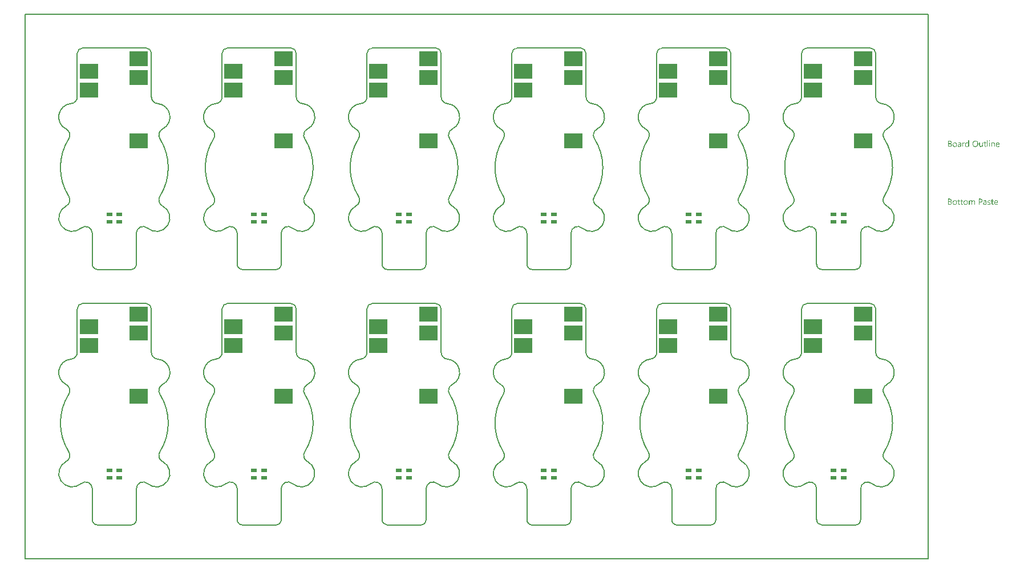
<source format=gbp>
G04*
G04 #@! TF.GenerationSoftware,Altium Limited,Altium Designer,21.8.1 (53)*
G04*
G04 Layer_Color=128*
%FSAX25Y25*%
%MOIN*%
G70*
G04*
G04 #@! TF.SameCoordinates,360D38BB-5A27-4593-86B5-486E9D4ED2DC*
G04*
G04*
G04 #@! TF.FilePolarity,Positive*
G04*
G01*
G75*
%ADD22C,0.00787*%
%ADD33R,0.11024X0.08661*%
%ADD36R,0.03543X0.02362*%
G36*
X0543894Y0224783D02*
X0543919D01*
X0543975Y0224758D01*
X0544005Y0224740D01*
X0544036Y0224715D01*
X0544043Y0224709D01*
X0544049Y0224703D01*
X0544080Y0224666D01*
X0544105Y0224604D01*
X0544111Y0224567D01*
X0544117Y0224529D01*
Y0224523D01*
Y0224511D01*
X0544111Y0224492D01*
X0544105Y0224467D01*
X0544086Y0224406D01*
X0544061Y0224375D01*
X0544036Y0224344D01*
X0544030D01*
X0544024Y0224331D01*
X0543987Y0224307D01*
X0543931Y0224282D01*
X0543894Y0224276D01*
X0543857Y0224269D01*
X0543838D01*
X0543820Y0224276D01*
X0543795D01*
X0543733Y0224300D01*
X0543702Y0224313D01*
X0543671Y0224338D01*
Y0224344D01*
X0543659Y0224350D01*
X0543646Y0224368D01*
X0543634Y0224387D01*
X0543609Y0224449D01*
X0543603Y0224486D01*
X0543597Y0224529D01*
Y0224536D01*
Y0224548D01*
X0543603Y0224567D01*
X0543609Y0224598D01*
X0543628Y0224653D01*
X0543646Y0224684D01*
X0543671Y0224715D01*
X0543678Y0224721D01*
X0543684Y0224728D01*
X0543721Y0224752D01*
X0543783Y0224777D01*
X0543820Y0224789D01*
X0543876D01*
X0543894Y0224783D01*
D02*
G37*
G36*
X0531904Y0221119D02*
X0531502D01*
Y0221540D01*
X0531489D01*
Y0221533D01*
X0531477Y0221521D01*
X0531458Y0221496D01*
X0531440Y0221465D01*
X0531409Y0221428D01*
X0531372Y0221391D01*
X0531328Y0221348D01*
X0531279Y0221304D01*
X0531223Y0221255D01*
X0531155Y0221212D01*
X0531087Y0221174D01*
X0531006Y0221137D01*
X0530926Y0221106D01*
X0530833Y0221082D01*
X0530734Y0221069D01*
X0530629Y0221063D01*
X0530586D01*
X0530548Y0221069D01*
X0530511Y0221075D01*
X0530462Y0221082D01*
X0530357Y0221106D01*
X0530233Y0221144D01*
X0530109Y0221205D01*
X0530041Y0221242D01*
X0529985Y0221286D01*
X0529923Y0221341D01*
X0529868Y0221397D01*
Y0221403D01*
X0529855Y0221416D01*
X0529843Y0221434D01*
X0529824Y0221459D01*
X0529806Y0221490D01*
X0529781Y0221533D01*
X0529756Y0221583D01*
X0529731Y0221639D01*
X0529701Y0221701D01*
X0529676Y0221769D01*
X0529651Y0221843D01*
X0529632Y0221923D01*
X0529614Y0222010D01*
X0529601Y0222109D01*
X0529595Y0222208D01*
X0529589Y0222313D01*
Y0222320D01*
Y0222338D01*
Y0222375D01*
X0529595Y0222419D01*
X0529601Y0222468D01*
X0529608Y0222530D01*
X0529614Y0222598D01*
X0529626Y0222672D01*
X0529663Y0222833D01*
X0529719Y0223001D01*
X0529756Y0223081D01*
X0529800Y0223161D01*
X0529843Y0223236D01*
X0529899Y0223310D01*
X0529905Y0223316D01*
X0529911Y0223328D01*
X0529929Y0223347D01*
X0529954Y0223372D01*
X0529985Y0223397D01*
X0530028Y0223428D01*
X0530072Y0223465D01*
X0530121Y0223502D01*
X0530245Y0223570D01*
X0530387Y0223632D01*
X0530468Y0223650D01*
X0530555Y0223669D01*
X0530641Y0223681D01*
X0530740Y0223688D01*
X0530790D01*
X0530827Y0223681D01*
X0530864Y0223675D01*
X0530914Y0223669D01*
X0531025Y0223638D01*
X0531149Y0223588D01*
X0531211Y0223558D01*
X0531273Y0223514D01*
X0531335Y0223471D01*
X0531390Y0223415D01*
X0531440Y0223353D01*
X0531489Y0223279D01*
X0531502D01*
Y0224839D01*
X0531904D01*
Y0221119D01*
D02*
G37*
G36*
X0546172Y0223681D02*
X0546246Y0223675D01*
X0546339Y0223657D01*
X0546438Y0223626D01*
X0546543Y0223576D01*
X0546649Y0223508D01*
X0546692Y0223471D01*
X0546735Y0223421D01*
X0546748Y0223409D01*
X0546772Y0223372D01*
X0546803Y0223310D01*
X0546847Y0223223D01*
X0546884Y0223118D01*
X0546921Y0222988D01*
X0546946Y0222833D01*
X0546952Y0222654D01*
Y0221119D01*
X0546550D01*
Y0222549D01*
Y0222555D01*
Y0222586D01*
X0546543Y0222623D01*
Y0222672D01*
X0546531Y0222734D01*
X0546519Y0222802D01*
X0546500Y0222877D01*
X0546475Y0222951D01*
X0546444Y0223025D01*
X0546407Y0223093D01*
X0546358Y0223161D01*
X0546302Y0223223D01*
X0546240Y0223273D01*
X0546160Y0223310D01*
X0546073Y0223341D01*
X0545968Y0223347D01*
X0545955D01*
X0545918Y0223341D01*
X0545862Y0223335D01*
X0545794Y0223316D01*
X0545714Y0223291D01*
X0545627Y0223248D01*
X0545547Y0223192D01*
X0545466Y0223118D01*
X0545460Y0223106D01*
X0545435Y0223081D01*
X0545404Y0223031D01*
X0545367Y0222963D01*
X0545330Y0222883D01*
X0545299Y0222784D01*
X0545274Y0222672D01*
X0545268Y0222549D01*
Y0221119D01*
X0544866D01*
Y0223632D01*
X0545268D01*
Y0223211D01*
X0545281D01*
X0545287Y0223217D01*
X0545293Y0223230D01*
X0545312Y0223254D01*
X0545336Y0223285D01*
X0545361Y0223322D01*
X0545398Y0223359D01*
X0545442Y0223403D01*
X0545491Y0223452D01*
X0545547Y0223496D01*
X0545609Y0223539D01*
X0545677Y0223576D01*
X0545751Y0223613D01*
X0545825Y0223644D01*
X0545912Y0223669D01*
X0546005Y0223681D01*
X0546104Y0223688D01*
X0546141D01*
X0546172Y0223681D01*
D02*
G37*
G36*
X0529174Y0223669D02*
X0529249Y0223663D01*
X0529292Y0223650D01*
X0529323Y0223638D01*
Y0223223D01*
X0529317Y0223230D01*
X0529304Y0223236D01*
X0529280Y0223248D01*
X0529249Y0223267D01*
X0529205Y0223279D01*
X0529149Y0223291D01*
X0529088Y0223298D01*
X0529019Y0223304D01*
X0529007D01*
X0528976Y0223298D01*
X0528927Y0223291D01*
X0528871Y0223273D01*
X0528797Y0223242D01*
X0528729Y0223199D01*
X0528654Y0223137D01*
X0528586Y0223056D01*
X0528580Y0223044D01*
X0528561Y0223013D01*
X0528531Y0222957D01*
X0528500Y0222883D01*
X0528469Y0222790D01*
X0528438Y0222672D01*
X0528419Y0222542D01*
X0528413Y0222394D01*
Y0221119D01*
X0528011D01*
Y0223632D01*
X0528413D01*
Y0223112D01*
X0528425D01*
Y0223118D01*
X0528432Y0223124D01*
X0528444Y0223155D01*
X0528462Y0223205D01*
X0528493Y0223267D01*
X0528524Y0223328D01*
X0528574Y0223397D01*
X0528623Y0223465D01*
X0528685Y0223527D01*
X0528691Y0223533D01*
X0528716Y0223551D01*
X0528753Y0223576D01*
X0528803Y0223601D01*
X0528859Y0223626D01*
X0528927Y0223650D01*
X0529001Y0223669D01*
X0529081Y0223675D01*
X0529137D01*
X0529174Y0223669D01*
D02*
G37*
G36*
X0539914Y0221119D02*
X0539512D01*
Y0221515D01*
X0539499D01*
Y0221509D01*
X0539487Y0221496D01*
X0539474Y0221472D01*
X0539450Y0221447D01*
X0539394Y0221373D01*
X0539307Y0221292D01*
X0539258Y0221249D01*
X0539202Y0221205D01*
X0539140Y0221168D01*
X0539066Y0221131D01*
X0538992Y0221106D01*
X0538911Y0221082D01*
X0538818Y0221069D01*
X0538726Y0221063D01*
X0538688D01*
X0538645Y0221069D01*
X0538583Y0221082D01*
X0538515Y0221094D01*
X0538441Y0221119D01*
X0538360Y0221150D01*
X0538280Y0221199D01*
X0538193Y0221255D01*
X0538113Y0221323D01*
X0538038Y0221410D01*
X0537970Y0221515D01*
X0537908Y0221633D01*
X0537865Y0221775D01*
X0537840Y0221942D01*
X0537828Y0222029D01*
Y0222128D01*
Y0223632D01*
X0538224D01*
Y0222190D01*
Y0222183D01*
Y0222159D01*
X0538230Y0222115D01*
X0538237Y0222066D01*
X0538243Y0222004D01*
X0538255Y0221942D01*
X0538274Y0221868D01*
X0538298Y0221793D01*
X0538336Y0221719D01*
X0538373Y0221651D01*
X0538422Y0221583D01*
X0538484Y0221521D01*
X0538552Y0221472D01*
X0538633Y0221434D01*
X0538732Y0221403D01*
X0538837Y0221397D01*
X0538849D01*
X0538886Y0221403D01*
X0538942Y0221410D01*
X0539004Y0221422D01*
X0539084Y0221453D01*
X0539165Y0221490D01*
X0539245Y0221540D01*
X0539320Y0221614D01*
X0539326Y0221626D01*
X0539351Y0221651D01*
X0539382Y0221701D01*
X0539419Y0221769D01*
X0539450Y0221849D01*
X0539481Y0221948D01*
X0539505Y0222060D01*
X0539512Y0222183D01*
Y0223632D01*
X0539914D01*
Y0221119D01*
D02*
G37*
G36*
X0544049D02*
X0543646D01*
Y0223632D01*
X0544049D01*
Y0221119D01*
D02*
G37*
G36*
X0542829D02*
X0542427D01*
Y0224839D01*
X0542829D01*
Y0221119D01*
D02*
G37*
G36*
X0526451Y0223681D02*
X0526506Y0223675D01*
X0526575Y0223657D01*
X0526649Y0223638D01*
X0526729Y0223607D01*
X0526816Y0223570D01*
X0526896Y0223520D01*
X0526977Y0223459D01*
X0527051Y0223384D01*
X0527119Y0223291D01*
X0527175Y0223186D01*
X0527218Y0223062D01*
X0527243Y0222920D01*
X0527255Y0222753D01*
Y0221119D01*
X0526853D01*
Y0221509D01*
X0526841D01*
Y0221502D01*
X0526828Y0221490D01*
X0526816Y0221465D01*
X0526791Y0221441D01*
X0526729Y0221366D01*
X0526649Y0221286D01*
X0526537Y0221205D01*
X0526407Y0221131D01*
X0526327Y0221106D01*
X0526246Y0221082D01*
X0526160Y0221069D01*
X0526067Y0221063D01*
X0526030D01*
X0526005Y0221069D01*
X0525937Y0221075D01*
X0525856Y0221088D01*
X0525757Y0221112D01*
X0525665Y0221144D01*
X0525565Y0221193D01*
X0525479Y0221255D01*
X0525473Y0221267D01*
X0525448Y0221292D01*
X0525411Y0221335D01*
X0525374Y0221397D01*
X0525337Y0221472D01*
X0525299Y0221558D01*
X0525275Y0221663D01*
X0525268Y0221781D01*
Y0221787D01*
Y0221812D01*
X0525275Y0221849D01*
X0525281Y0221892D01*
X0525293Y0221948D01*
X0525312Y0222010D01*
X0525337Y0222078D01*
X0525374Y0222146D01*
X0525417Y0222220D01*
X0525473Y0222295D01*
X0525541Y0222363D01*
X0525621Y0222425D01*
X0525714Y0222487D01*
X0525826Y0222536D01*
X0525949Y0222573D01*
X0526098Y0222604D01*
X0526853Y0222709D01*
Y0222716D01*
Y0222734D01*
X0526847Y0222771D01*
Y0222809D01*
X0526834Y0222858D01*
X0526828Y0222914D01*
X0526791Y0223031D01*
X0526760Y0223087D01*
X0526729Y0223143D01*
X0526686Y0223199D01*
X0526636Y0223248D01*
X0526575Y0223291D01*
X0526506Y0223322D01*
X0526426Y0223341D01*
X0526333Y0223347D01*
X0526290D01*
X0526259Y0223341D01*
X0526216D01*
X0526172Y0223328D01*
X0526061Y0223310D01*
X0525937Y0223273D01*
X0525801Y0223217D01*
X0525727Y0223180D01*
X0525658Y0223143D01*
X0525584Y0223093D01*
X0525516Y0223038D01*
Y0223452D01*
X0525522D01*
X0525535Y0223465D01*
X0525553Y0223477D01*
X0525584Y0223489D01*
X0525615Y0223508D01*
X0525658Y0223527D01*
X0525708Y0223545D01*
X0525764Y0223570D01*
X0525887Y0223613D01*
X0526036Y0223650D01*
X0526197Y0223675D01*
X0526370Y0223688D01*
X0526407D01*
X0526451Y0223681D01*
D02*
G37*
G36*
X0520762Y0224628D02*
X0520805D01*
X0520849Y0224622D01*
X0520948Y0224610D01*
X0521065Y0224579D01*
X0521189Y0224542D01*
X0521307Y0224486D01*
X0521412Y0224412D01*
X0521418D01*
X0521424Y0224399D01*
X0521455Y0224375D01*
X0521499Y0224325D01*
X0521548Y0224257D01*
X0521592Y0224170D01*
X0521635Y0224071D01*
X0521666Y0223960D01*
X0521678Y0223898D01*
Y0223830D01*
Y0223824D01*
Y0223817D01*
Y0223780D01*
X0521672Y0223725D01*
X0521660Y0223657D01*
X0521641Y0223570D01*
X0521610Y0223483D01*
X0521573Y0223397D01*
X0521517Y0223310D01*
X0521511Y0223298D01*
X0521486Y0223273D01*
X0521449Y0223236D01*
X0521400Y0223186D01*
X0521338Y0223137D01*
X0521264Y0223081D01*
X0521171Y0223038D01*
X0521072Y0222994D01*
Y0222988D01*
X0521090D01*
X0521109Y0222982D01*
X0521127Y0222976D01*
X0521195Y0222963D01*
X0521276Y0222939D01*
X0521362Y0222901D01*
X0521455Y0222858D01*
X0521548Y0222796D01*
X0521635Y0222716D01*
X0521647Y0222703D01*
X0521672Y0222672D01*
X0521703Y0222629D01*
X0521746Y0222561D01*
X0521783Y0222474D01*
X0521821Y0222375D01*
X0521845Y0222258D01*
X0521851Y0222128D01*
Y0222122D01*
Y0222109D01*
Y0222084D01*
X0521845Y0222053D01*
X0521839Y0222016D01*
X0521833Y0221973D01*
X0521808Y0221868D01*
X0521771Y0221750D01*
X0521715Y0221626D01*
X0521678Y0221571D01*
X0521635Y0221509D01*
X0521579Y0221453D01*
X0521524Y0221397D01*
X0521517D01*
X0521511Y0221385D01*
X0521492Y0221373D01*
X0521468Y0221354D01*
X0521437Y0221335D01*
X0521393Y0221311D01*
X0521301Y0221261D01*
X0521183Y0221205D01*
X0521047Y0221162D01*
X0520886Y0221131D01*
X0520805Y0221125D01*
X0520713Y0221119D01*
X0519685D01*
Y0224635D01*
X0520731D01*
X0520762Y0224628D01*
D02*
G37*
G36*
X0541257Y0223632D02*
X0541895D01*
Y0223285D01*
X0541257D01*
Y0221868D01*
Y0221855D01*
Y0221824D01*
X0541263Y0221781D01*
X0541270Y0221725D01*
X0541294Y0221608D01*
X0541313Y0221552D01*
X0541344Y0221509D01*
X0541350Y0221502D01*
X0541362Y0221490D01*
X0541381Y0221478D01*
X0541412Y0221459D01*
X0541449Y0221434D01*
X0541499Y0221422D01*
X0541561Y0221410D01*
X0541629Y0221403D01*
X0541653D01*
X0541684Y0221410D01*
X0541721Y0221416D01*
X0541808Y0221441D01*
X0541851Y0221459D01*
X0541895Y0221484D01*
Y0221137D01*
X0541889D01*
X0541870Y0221125D01*
X0541839Y0221119D01*
X0541796Y0221106D01*
X0541740Y0221094D01*
X0541678Y0221082D01*
X0541604Y0221075D01*
X0541517Y0221069D01*
X0541486D01*
X0541455Y0221075D01*
X0541412Y0221082D01*
X0541362Y0221094D01*
X0541307Y0221106D01*
X0541251Y0221131D01*
X0541189Y0221162D01*
X0541127Y0221199D01*
X0541065Y0221249D01*
X0541010Y0221304D01*
X0540960Y0221379D01*
X0540917Y0221459D01*
X0540886Y0221558D01*
X0540861Y0221670D01*
X0540855Y0221800D01*
Y0223285D01*
X0540428D01*
Y0223632D01*
X0540855D01*
Y0224245D01*
X0541257Y0224375D01*
Y0223632D01*
D02*
G37*
G36*
X0548784Y0223681D02*
X0548828Y0223675D01*
X0548871Y0223669D01*
X0548982Y0223650D01*
X0549106Y0223607D01*
X0549230Y0223551D01*
X0549292Y0223514D01*
X0549354Y0223471D01*
X0549409Y0223421D01*
X0549465Y0223366D01*
X0549471Y0223359D01*
X0549477Y0223353D01*
X0549490Y0223335D01*
X0549508Y0223310D01*
X0549527Y0223273D01*
X0549552Y0223236D01*
X0549577Y0223192D01*
X0549601Y0223137D01*
X0549626Y0223075D01*
X0549651Y0223013D01*
X0549676Y0222939D01*
X0549694Y0222858D01*
X0549713Y0222771D01*
X0549725Y0222685D01*
X0549738Y0222586D01*
Y0222481D01*
Y0222270D01*
X0547961D01*
Y0222264D01*
Y0222252D01*
Y0222233D01*
X0547967Y0222202D01*
X0547973Y0222165D01*
Y0222128D01*
X0547992Y0222029D01*
X0548023Y0221930D01*
X0548060Y0221818D01*
X0548116Y0221713D01*
X0548184Y0221620D01*
X0548196Y0221608D01*
X0548221Y0221583D01*
X0548270Y0221552D01*
X0548339Y0221509D01*
X0548425Y0221465D01*
X0548524Y0221434D01*
X0548642Y0221410D01*
X0548778Y0221397D01*
X0548821D01*
X0548852Y0221403D01*
X0548889D01*
X0548933Y0221410D01*
X0549038Y0221434D01*
X0549156Y0221465D01*
X0549286Y0221515D01*
X0549422Y0221583D01*
X0549490Y0221626D01*
X0549558Y0221676D01*
Y0221298D01*
X0549552D01*
X0549546Y0221286D01*
X0549527Y0221280D01*
X0549496Y0221261D01*
X0549465Y0221242D01*
X0549428Y0221224D01*
X0549378Y0221205D01*
X0549329Y0221181D01*
X0549267Y0221156D01*
X0549199Y0221137D01*
X0549050Y0221100D01*
X0548877Y0221075D01*
X0548685Y0221063D01*
X0548636D01*
X0548598Y0221069D01*
X0548555Y0221075D01*
X0548499Y0221082D01*
X0548382Y0221106D01*
X0548246Y0221144D01*
X0548109Y0221205D01*
X0548041Y0221249D01*
X0547973Y0221292D01*
X0547911Y0221341D01*
X0547850Y0221403D01*
X0547843Y0221410D01*
X0547837Y0221422D01*
X0547825Y0221441D01*
X0547800Y0221465D01*
X0547781Y0221502D01*
X0547757Y0221546D01*
X0547726Y0221595D01*
X0547701Y0221651D01*
X0547670Y0221713D01*
X0547645Y0221787D01*
X0547614Y0221868D01*
X0547596Y0221954D01*
X0547577Y0222047D01*
X0547559Y0222146D01*
X0547552Y0222252D01*
X0547546Y0222363D01*
Y0222369D01*
Y0222388D01*
Y0222419D01*
X0547552Y0222462D01*
X0547559Y0222512D01*
X0547565Y0222567D01*
X0547571Y0222635D01*
X0547589Y0222703D01*
X0547627Y0222852D01*
X0547682Y0223013D01*
X0547719Y0223093D01*
X0547769Y0223168D01*
X0547819Y0223248D01*
X0547874Y0223316D01*
X0547881Y0223322D01*
X0547893Y0223335D01*
X0547911Y0223353D01*
X0547936Y0223372D01*
X0547967Y0223403D01*
X0548004Y0223434D01*
X0548054Y0223465D01*
X0548103Y0223502D01*
X0548221Y0223570D01*
X0548363Y0223632D01*
X0548444Y0223650D01*
X0548524Y0223669D01*
X0548611Y0223681D01*
X0548704Y0223688D01*
X0548753D01*
X0548784Y0223681D01*
D02*
G37*
G36*
X0535742Y0224690D02*
X0535804Y0224684D01*
X0535878Y0224672D01*
X0535958Y0224653D01*
X0536045Y0224635D01*
X0536132Y0224610D01*
X0536231Y0224579D01*
X0536324Y0224536D01*
X0536423Y0224486D01*
X0536522Y0224430D01*
X0536615Y0224362D01*
X0536707Y0224288D01*
X0536794Y0224201D01*
X0536800Y0224195D01*
X0536813Y0224177D01*
X0536837Y0224152D01*
X0536862Y0224115D01*
X0536899Y0224065D01*
X0536937Y0224003D01*
X0536974Y0223935D01*
X0537017Y0223861D01*
X0537060Y0223768D01*
X0537098Y0223675D01*
X0537135Y0223570D01*
X0537172Y0223452D01*
X0537196Y0223335D01*
X0537221Y0223205D01*
X0537234Y0223062D01*
X0537240Y0222920D01*
Y0222908D01*
Y0222883D01*
Y0222839D01*
X0537234Y0222778D01*
X0537227Y0222703D01*
X0537215Y0222623D01*
X0537203Y0222530D01*
X0537184Y0222425D01*
X0537159Y0222320D01*
X0537128Y0222208D01*
X0537091Y0222097D01*
X0537048Y0221985D01*
X0536992Y0221868D01*
X0536930Y0221762D01*
X0536862Y0221657D01*
X0536782Y0221558D01*
X0536776Y0221552D01*
X0536763Y0221540D01*
X0536732Y0221515D01*
X0536701Y0221484D01*
X0536652Y0221441D01*
X0536596Y0221403D01*
X0536534Y0221354D01*
X0536460Y0221311D01*
X0536379Y0221267D01*
X0536287Y0221218D01*
X0536188Y0221181D01*
X0536076Y0221144D01*
X0535958Y0221106D01*
X0535835Y0221082D01*
X0535705Y0221069D01*
X0535562Y0221063D01*
X0535531D01*
X0535488Y0221069D01*
X0535439D01*
X0535377Y0221075D01*
X0535302Y0221088D01*
X0535222Y0221106D01*
X0535129Y0221125D01*
X0535036Y0221150D01*
X0534937Y0221181D01*
X0534838Y0221224D01*
X0534739Y0221267D01*
X0534640Y0221323D01*
X0534541Y0221391D01*
X0534448Y0221465D01*
X0534362Y0221552D01*
X0534355Y0221558D01*
X0534343Y0221577D01*
X0534318Y0221602D01*
X0534293Y0221639D01*
X0534256Y0221688D01*
X0534219Y0221750D01*
X0534182Y0221818D01*
X0534139Y0221899D01*
X0534095Y0221985D01*
X0534058Y0222078D01*
X0534021Y0222183D01*
X0533984Y0222301D01*
X0533959Y0222419D01*
X0533934Y0222549D01*
X0533922Y0222691D01*
X0533916Y0222833D01*
Y0222846D01*
Y0222870D01*
X0533922Y0222914D01*
Y0222976D01*
X0533928Y0223044D01*
X0533941Y0223130D01*
X0533953Y0223223D01*
X0533972Y0223322D01*
X0533996Y0223428D01*
X0534027Y0223539D01*
X0534064Y0223650D01*
X0534108Y0223762D01*
X0534163Y0223873D01*
X0534225Y0223985D01*
X0534293Y0224090D01*
X0534374Y0224189D01*
X0534380Y0224195D01*
X0534392Y0224214D01*
X0534423Y0224238D01*
X0534461Y0224269D01*
X0534504Y0224307D01*
X0534560Y0224350D01*
X0534628Y0224393D01*
X0534702Y0224443D01*
X0534789Y0224492D01*
X0534881Y0224536D01*
X0534980Y0224579D01*
X0535092Y0224616D01*
X0535216Y0224647D01*
X0535346Y0224678D01*
X0535482Y0224690D01*
X0535624Y0224696D01*
X0535692D01*
X0535742Y0224690D01*
D02*
G37*
G36*
X0523715Y0223681D02*
X0523758Y0223675D01*
X0523814Y0223669D01*
X0523938Y0223644D01*
X0524080Y0223601D01*
X0524222Y0223539D01*
X0524297Y0223502D01*
X0524365Y0223459D01*
X0524433Y0223403D01*
X0524495Y0223341D01*
X0524501Y0223335D01*
X0524507Y0223322D01*
X0524526Y0223304D01*
X0524544Y0223279D01*
X0524569Y0223242D01*
X0524594Y0223199D01*
X0524625Y0223149D01*
X0524656Y0223093D01*
X0524680Y0223025D01*
X0524711Y0222957D01*
X0524736Y0222877D01*
X0524761Y0222790D01*
X0524779Y0222697D01*
X0524798Y0222598D01*
X0524804Y0222493D01*
X0524810Y0222381D01*
Y0222375D01*
Y0222357D01*
Y0222326D01*
X0524804Y0222282D01*
X0524798Y0222233D01*
X0524792Y0222171D01*
X0524779Y0222109D01*
X0524767Y0222035D01*
X0524730Y0221886D01*
X0524668Y0221725D01*
X0524631Y0221645D01*
X0524581Y0221564D01*
X0524532Y0221490D01*
X0524470Y0221422D01*
X0524464Y0221416D01*
X0524451Y0221410D01*
X0524433Y0221391D01*
X0524408Y0221366D01*
X0524371Y0221341D01*
X0524334Y0221311D01*
X0524284Y0221273D01*
X0524228Y0221242D01*
X0524167Y0221212D01*
X0524098Y0221174D01*
X0524024Y0221144D01*
X0523944Y0221119D01*
X0523857Y0221094D01*
X0523764Y0221082D01*
X0523665Y0221069D01*
X0523560Y0221063D01*
X0523504D01*
X0523467Y0221069D01*
X0523424Y0221075D01*
X0523368Y0221082D01*
X0523306Y0221094D01*
X0523238Y0221106D01*
X0523096Y0221150D01*
X0522947Y0221212D01*
X0522873Y0221249D01*
X0522805Y0221298D01*
X0522737Y0221348D01*
X0522669Y0221410D01*
X0522662Y0221416D01*
X0522656Y0221428D01*
X0522638Y0221447D01*
X0522619Y0221472D01*
X0522594Y0221509D01*
X0522563Y0221552D01*
X0522532Y0221602D01*
X0522508Y0221657D01*
X0522477Y0221725D01*
X0522446Y0221793D01*
X0522415Y0221868D01*
X0522390Y0221954D01*
X0522353Y0222140D01*
X0522347Y0222239D01*
X0522340Y0222344D01*
Y0222351D01*
Y0222375D01*
Y0222406D01*
X0522347Y0222449D01*
X0522353Y0222499D01*
X0522359Y0222561D01*
X0522371Y0222629D01*
X0522384Y0222703D01*
X0522421Y0222864D01*
X0522483Y0223025D01*
X0522526Y0223106D01*
X0522570Y0223186D01*
X0522619Y0223260D01*
X0522681Y0223328D01*
X0522687Y0223335D01*
X0522700Y0223347D01*
X0522718Y0223359D01*
X0522743Y0223384D01*
X0522780Y0223409D01*
X0522823Y0223440D01*
X0522873Y0223477D01*
X0522929Y0223508D01*
X0522991Y0223539D01*
X0523065Y0223576D01*
X0523139Y0223607D01*
X0523226Y0223632D01*
X0523312Y0223657D01*
X0523411Y0223675D01*
X0523517Y0223681D01*
X0523622Y0223688D01*
X0523678D01*
X0523715Y0223681D01*
D02*
G37*
G36*
X0543814Y0189823D02*
X0543894Y0189817D01*
X0543981Y0189804D01*
X0544080Y0189780D01*
X0544179Y0189755D01*
X0544278Y0189718D01*
Y0189309D01*
X0544266Y0189315D01*
X0544228Y0189340D01*
X0544173Y0189365D01*
X0544098Y0189402D01*
X0544005Y0189433D01*
X0543894Y0189464D01*
X0543770Y0189483D01*
X0543640Y0189489D01*
X0543572D01*
X0543510Y0189476D01*
X0543436Y0189464D01*
X0543430D01*
X0543424Y0189458D01*
X0543387Y0189445D01*
X0543337Y0189421D01*
X0543281Y0189390D01*
X0543269Y0189384D01*
X0543244Y0189359D01*
X0543213Y0189322D01*
X0543182Y0189278D01*
X0543176Y0189266D01*
X0543164Y0189235D01*
X0543151Y0189192D01*
X0543145Y0189136D01*
Y0189130D01*
Y0189117D01*
Y0189099D01*
X0543151Y0189080D01*
X0543164Y0189025D01*
X0543182Y0188969D01*
X0543188Y0188956D01*
X0543207Y0188932D01*
X0543244Y0188895D01*
X0543288Y0188851D01*
X0543294D01*
X0543300Y0188845D01*
X0543337Y0188820D01*
X0543387Y0188789D01*
X0543455Y0188758D01*
X0543461D01*
X0543473Y0188752D01*
X0543492Y0188746D01*
X0543523Y0188734D01*
X0543591Y0188709D01*
X0543678Y0188672D01*
X0543684D01*
X0543708Y0188659D01*
X0543739Y0188647D01*
X0543777Y0188635D01*
X0543876Y0188591D01*
X0543975Y0188542D01*
X0543981D01*
X0543999Y0188529D01*
X0544024Y0188517D01*
X0544055Y0188498D01*
X0544129Y0188449D01*
X0544204Y0188387D01*
X0544210Y0188381D01*
X0544222Y0188375D01*
X0544235Y0188356D01*
X0544259Y0188331D01*
X0544303Y0188269D01*
X0544346Y0188189D01*
Y0188183D01*
X0544352Y0188170D01*
X0544365Y0188146D01*
X0544371Y0188115D01*
X0544383Y0188077D01*
X0544389Y0188034D01*
X0544395Y0187929D01*
Y0187923D01*
Y0187898D01*
X0544389Y0187861D01*
X0544383Y0187818D01*
X0544377Y0187768D01*
X0544358Y0187712D01*
X0544340Y0187663D01*
X0544309Y0187607D01*
X0544303Y0187601D01*
X0544297Y0187582D01*
X0544278Y0187557D01*
X0544253Y0187527D01*
X0544222Y0187489D01*
X0544185Y0187452D01*
X0544092Y0187378D01*
X0544086Y0187372D01*
X0544067Y0187366D01*
X0544043Y0187347D01*
X0543999Y0187329D01*
X0543956Y0187304D01*
X0543900Y0187285D01*
X0543845Y0187267D01*
X0543777Y0187248D01*
X0543770D01*
X0543746Y0187242D01*
X0543708Y0187236D01*
X0543665Y0187230D01*
X0543603Y0187217D01*
X0543541Y0187211D01*
X0543399Y0187205D01*
X0543337D01*
X0543263Y0187211D01*
X0543170Y0187223D01*
X0543065Y0187242D01*
X0542953Y0187267D01*
X0542842Y0187298D01*
X0542730Y0187347D01*
Y0187780D01*
X0542737D01*
X0542743Y0187768D01*
X0542761Y0187756D01*
X0542786Y0187743D01*
X0542854Y0187706D01*
X0542947Y0187663D01*
X0543052Y0187613D01*
X0543176Y0187576D01*
X0543312Y0187551D01*
X0543455Y0187539D01*
X0543504D01*
X0543535Y0187545D01*
X0543622Y0187557D01*
X0543721Y0187582D01*
X0543814Y0187626D01*
X0543857Y0187657D01*
X0543900Y0187688D01*
X0543931Y0187731D01*
X0543956Y0187774D01*
X0543975Y0187830D01*
X0543981Y0187892D01*
Y0187898D01*
Y0187910D01*
Y0187929D01*
X0543975Y0187947D01*
X0543962Y0188003D01*
X0543937Y0188059D01*
Y0188065D01*
X0543931Y0188071D01*
X0543906Y0188102D01*
X0543869Y0188146D01*
X0543814Y0188183D01*
X0543808D01*
X0543801Y0188195D01*
X0543764Y0188214D01*
X0543708Y0188251D01*
X0543634Y0188282D01*
X0543628D01*
X0543616Y0188288D01*
X0543597Y0188300D01*
X0543566Y0188313D01*
X0543498Y0188338D01*
X0543411Y0188375D01*
X0543405D01*
X0543380Y0188387D01*
X0543349Y0188399D01*
X0543312Y0188412D01*
X0543213Y0188455D01*
X0543114Y0188505D01*
X0543108Y0188511D01*
X0543096Y0188517D01*
X0543071Y0188529D01*
X0543040Y0188548D01*
X0542972Y0188598D01*
X0542904Y0188653D01*
X0542898Y0188659D01*
X0542891Y0188666D01*
X0542873Y0188684D01*
X0542854Y0188709D01*
X0542811Y0188771D01*
X0542774Y0188845D01*
Y0188851D01*
X0542767Y0188864D01*
X0542761Y0188888D01*
X0542755Y0188919D01*
X0542749Y0188956D01*
X0542743Y0189000D01*
X0542737Y0189105D01*
Y0189111D01*
Y0189136D01*
X0542743Y0189167D01*
X0542749Y0189210D01*
X0542755Y0189260D01*
X0542774Y0189309D01*
X0542792Y0189365D01*
X0542817Y0189415D01*
X0542823Y0189421D01*
X0542829Y0189439D01*
X0542848Y0189464D01*
X0542873Y0189495D01*
X0542941Y0189569D01*
X0543027Y0189644D01*
X0543034Y0189650D01*
X0543052Y0189656D01*
X0543077Y0189674D01*
X0543120Y0189693D01*
X0543164Y0189718D01*
X0543213Y0189743D01*
X0543337Y0189780D01*
X0543343D01*
X0543368Y0189786D01*
X0543399Y0189798D01*
X0543448Y0189804D01*
X0543498Y0189817D01*
X0543560Y0189823D01*
X0543696Y0189829D01*
X0543752D01*
X0543814Y0189823D01*
D02*
G37*
G36*
X0534621D02*
X0534677Y0189811D01*
X0534739Y0189798D01*
X0534807Y0189774D01*
X0534888Y0189743D01*
X0534962Y0189699D01*
X0535042Y0189650D01*
X0535117Y0189582D01*
X0535185Y0189495D01*
X0535247Y0189396D01*
X0535302Y0189285D01*
X0535339Y0189142D01*
X0535370Y0188987D01*
X0535377Y0188808D01*
Y0187260D01*
X0534974D01*
Y0188703D01*
Y0188709D01*
Y0188721D01*
Y0188740D01*
Y0188771D01*
X0534968Y0188845D01*
X0534956Y0188932D01*
X0534943Y0189031D01*
X0534919Y0189130D01*
X0534888Y0189223D01*
X0534844Y0189303D01*
X0534838Y0189309D01*
X0534820Y0189334D01*
X0534789Y0189365D01*
X0534739Y0189396D01*
X0534683Y0189433D01*
X0534609Y0189458D01*
X0534516Y0189483D01*
X0534411Y0189489D01*
X0534399D01*
X0534368Y0189483D01*
X0534318Y0189476D01*
X0534256Y0189458D01*
X0534188Y0189433D01*
X0534114Y0189390D01*
X0534040Y0189334D01*
X0533972Y0189254D01*
X0533965Y0189241D01*
X0533947Y0189210D01*
X0533916Y0189161D01*
X0533885Y0189093D01*
X0533848Y0189012D01*
X0533823Y0188919D01*
X0533798Y0188808D01*
X0533792Y0188690D01*
Y0187260D01*
X0533390D01*
Y0188752D01*
Y0188758D01*
Y0188783D01*
X0533384Y0188820D01*
Y0188870D01*
X0533371Y0188926D01*
X0533359Y0188987D01*
X0533340Y0189049D01*
X0533322Y0189124D01*
X0533291Y0189192D01*
X0533253Y0189254D01*
X0533204Y0189315D01*
X0533148Y0189371D01*
X0533086Y0189421D01*
X0533006Y0189458D01*
X0532919Y0189483D01*
X0532820Y0189489D01*
X0532808D01*
X0532777Y0189483D01*
X0532727Y0189476D01*
X0532665Y0189464D01*
X0532597Y0189433D01*
X0532523Y0189396D01*
X0532449Y0189340D01*
X0532381Y0189266D01*
X0532374Y0189254D01*
X0532356Y0189229D01*
X0532325Y0189179D01*
X0532294Y0189111D01*
X0532263Y0189031D01*
X0532232Y0188932D01*
X0532214Y0188820D01*
X0532207Y0188690D01*
Y0187260D01*
X0531805D01*
Y0189774D01*
X0532207D01*
Y0189371D01*
X0532220D01*
X0532226Y0189377D01*
X0532232Y0189390D01*
X0532251Y0189415D01*
X0532269Y0189445D01*
X0532331Y0189514D01*
X0532418Y0189600D01*
X0532529Y0189687D01*
X0532659Y0189755D01*
X0532740Y0189786D01*
X0532820Y0189811D01*
X0532907Y0189823D01*
X0533000Y0189829D01*
X0533043D01*
X0533093Y0189823D01*
X0533154Y0189811D01*
X0533223Y0189792D01*
X0533297Y0189767D01*
X0533371Y0189736D01*
X0533445Y0189687D01*
X0533452Y0189681D01*
X0533476Y0189662D01*
X0533507Y0189631D01*
X0533551Y0189588D01*
X0533594Y0189532D01*
X0533637Y0189470D01*
X0533681Y0189396D01*
X0533712Y0189309D01*
X0533718Y0189315D01*
X0533724Y0189334D01*
X0533743Y0189359D01*
X0533761Y0189390D01*
X0533792Y0189433D01*
X0533829Y0189476D01*
X0533873Y0189520D01*
X0533922Y0189569D01*
X0533978Y0189619D01*
X0534040Y0189662D01*
X0534108Y0189712D01*
X0534182Y0189749D01*
X0534263Y0189780D01*
X0534349Y0189804D01*
X0534448Y0189823D01*
X0534547Y0189829D01*
X0534584D01*
X0534621Y0189823D01*
D02*
G37*
G36*
X0541319D02*
X0541375Y0189817D01*
X0541443Y0189798D01*
X0541517Y0189780D01*
X0541598Y0189749D01*
X0541684Y0189712D01*
X0541765Y0189662D01*
X0541845Y0189600D01*
X0541920Y0189526D01*
X0541988Y0189433D01*
X0542043Y0189328D01*
X0542087Y0189204D01*
X0542111Y0189062D01*
X0542124Y0188895D01*
Y0187260D01*
X0541721D01*
Y0187650D01*
X0541709D01*
Y0187644D01*
X0541697Y0187632D01*
X0541684Y0187607D01*
X0541659Y0187582D01*
X0541598Y0187508D01*
X0541517Y0187428D01*
X0541406Y0187347D01*
X0541276Y0187273D01*
X0541195Y0187248D01*
X0541115Y0187223D01*
X0541028Y0187211D01*
X0540935Y0187205D01*
X0540898D01*
X0540873Y0187211D01*
X0540805Y0187217D01*
X0540725Y0187230D01*
X0540626Y0187254D01*
X0540533Y0187285D01*
X0540434Y0187335D01*
X0540347Y0187397D01*
X0540341Y0187409D01*
X0540316Y0187434D01*
X0540279Y0187477D01*
X0540242Y0187539D01*
X0540205Y0187613D01*
X0540168Y0187700D01*
X0540143Y0187805D01*
X0540137Y0187923D01*
Y0187929D01*
Y0187954D01*
X0540143Y0187991D01*
X0540149Y0188034D01*
X0540162Y0188090D01*
X0540180Y0188152D01*
X0540205Y0188220D01*
X0540242Y0188288D01*
X0540285Y0188362D01*
X0540341Y0188436D01*
X0540409Y0188505D01*
X0540490Y0188567D01*
X0540583Y0188628D01*
X0540694Y0188678D01*
X0540818Y0188715D01*
X0540966Y0188746D01*
X0541721Y0188851D01*
Y0188857D01*
Y0188876D01*
X0541715Y0188913D01*
Y0188950D01*
X0541703Y0189000D01*
X0541697Y0189056D01*
X0541659Y0189173D01*
X0541629Y0189229D01*
X0541598Y0189285D01*
X0541554Y0189340D01*
X0541505Y0189390D01*
X0541443Y0189433D01*
X0541375Y0189464D01*
X0541294Y0189483D01*
X0541201Y0189489D01*
X0541158D01*
X0541127Y0189483D01*
X0541084D01*
X0541041Y0189470D01*
X0540929Y0189452D01*
X0540805Y0189415D01*
X0540669Y0189359D01*
X0540595Y0189322D01*
X0540527Y0189285D01*
X0540452Y0189235D01*
X0540384Y0189179D01*
Y0189594D01*
X0540391D01*
X0540403Y0189606D01*
X0540421Y0189619D01*
X0540452Y0189631D01*
X0540483Y0189650D01*
X0540527Y0189668D01*
X0540576Y0189687D01*
X0540632Y0189712D01*
X0540756Y0189755D01*
X0540904Y0189792D01*
X0541065Y0189817D01*
X0541239Y0189829D01*
X0541276D01*
X0541319Y0189823D01*
D02*
G37*
G36*
X0538620Y0190770D02*
X0538670D01*
X0538719Y0190764D01*
X0538849Y0190739D01*
X0538985Y0190708D01*
X0539134Y0190659D01*
X0539276Y0190591D01*
X0539338Y0190547D01*
X0539400Y0190498D01*
X0539406D01*
X0539413Y0190485D01*
X0539431Y0190467D01*
X0539450Y0190448D01*
X0539499Y0190386D01*
X0539561Y0190300D01*
X0539617Y0190188D01*
X0539666Y0190058D01*
X0539704Y0189904D01*
X0539710Y0189817D01*
X0539716Y0189724D01*
Y0189718D01*
Y0189699D01*
Y0189674D01*
X0539710Y0189644D01*
X0539704Y0189600D01*
X0539697Y0189551D01*
X0539673Y0189433D01*
X0539629Y0189303D01*
X0539567Y0189167D01*
X0539530Y0189099D01*
X0539487Y0189031D01*
X0539431Y0188963D01*
X0539369Y0188901D01*
X0539363Y0188895D01*
X0539351Y0188888D01*
X0539332Y0188870D01*
X0539307Y0188851D01*
X0539270Y0188827D01*
X0539227Y0188802D01*
X0539177Y0188771D01*
X0539122Y0188746D01*
X0539060Y0188715D01*
X0538992Y0188684D01*
X0538911Y0188659D01*
X0538831Y0188635D01*
X0538645Y0188598D01*
X0538546Y0188591D01*
X0538441Y0188585D01*
X0537977D01*
Y0187260D01*
X0537562D01*
Y0190776D01*
X0538583D01*
X0538620Y0190770D01*
D02*
G37*
G36*
X0520762D02*
X0520805D01*
X0520849Y0190764D01*
X0520948Y0190752D01*
X0521065Y0190721D01*
X0521189Y0190683D01*
X0521307Y0190628D01*
X0521412Y0190553D01*
X0521418D01*
X0521424Y0190541D01*
X0521455Y0190516D01*
X0521499Y0190467D01*
X0521548Y0190399D01*
X0521592Y0190312D01*
X0521635Y0190213D01*
X0521666Y0190102D01*
X0521678Y0190040D01*
Y0189972D01*
Y0189965D01*
Y0189959D01*
Y0189922D01*
X0521672Y0189866D01*
X0521660Y0189798D01*
X0521641Y0189712D01*
X0521610Y0189625D01*
X0521573Y0189538D01*
X0521517Y0189452D01*
X0521511Y0189439D01*
X0521486Y0189415D01*
X0521449Y0189377D01*
X0521400Y0189328D01*
X0521338Y0189278D01*
X0521264Y0189223D01*
X0521171Y0189179D01*
X0521072Y0189136D01*
Y0189130D01*
X0521090D01*
X0521109Y0189124D01*
X0521127Y0189117D01*
X0521195Y0189105D01*
X0521276Y0189080D01*
X0521362Y0189043D01*
X0521455Y0189000D01*
X0521548Y0188938D01*
X0521635Y0188857D01*
X0521647Y0188845D01*
X0521672Y0188814D01*
X0521703Y0188771D01*
X0521746Y0188703D01*
X0521783Y0188616D01*
X0521821Y0188517D01*
X0521845Y0188399D01*
X0521851Y0188269D01*
Y0188263D01*
Y0188251D01*
Y0188226D01*
X0521845Y0188195D01*
X0521839Y0188158D01*
X0521833Y0188115D01*
X0521808Y0188009D01*
X0521771Y0187892D01*
X0521715Y0187768D01*
X0521678Y0187712D01*
X0521635Y0187650D01*
X0521579Y0187595D01*
X0521524Y0187539D01*
X0521517D01*
X0521511Y0187527D01*
X0521492Y0187514D01*
X0521468Y0187496D01*
X0521437Y0187477D01*
X0521393Y0187452D01*
X0521301Y0187403D01*
X0521183Y0187347D01*
X0521047Y0187304D01*
X0520886Y0187273D01*
X0520805Y0187267D01*
X0520713Y0187260D01*
X0519685D01*
Y0190776D01*
X0520731D01*
X0520762Y0190770D01*
D02*
G37*
G36*
X0545547Y0189774D02*
X0546184D01*
Y0189427D01*
X0545547D01*
Y0188009D01*
Y0187997D01*
Y0187966D01*
X0545553Y0187923D01*
X0545559Y0187867D01*
X0545584Y0187749D01*
X0545603Y0187694D01*
X0545634Y0187650D01*
X0545640Y0187644D01*
X0545652Y0187632D01*
X0545671Y0187619D01*
X0545702Y0187601D01*
X0545739Y0187576D01*
X0545788Y0187564D01*
X0545850Y0187551D01*
X0545918Y0187545D01*
X0545943D01*
X0545974Y0187551D01*
X0546011Y0187557D01*
X0546098Y0187582D01*
X0546141Y0187601D01*
X0546184Y0187626D01*
Y0187279D01*
X0546178D01*
X0546160Y0187267D01*
X0546129Y0187260D01*
X0546085Y0187248D01*
X0546030Y0187236D01*
X0545968Y0187223D01*
X0545893Y0187217D01*
X0545807Y0187211D01*
X0545776D01*
X0545745Y0187217D01*
X0545702Y0187223D01*
X0545652Y0187236D01*
X0545596Y0187248D01*
X0545541Y0187273D01*
X0545479Y0187304D01*
X0545417Y0187341D01*
X0545355Y0187390D01*
X0545299Y0187446D01*
X0545250Y0187520D01*
X0545206Y0187601D01*
X0545176Y0187700D01*
X0545151Y0187811D01*
X0545145Y0187941D01*
Y0189427D01*
X0544717D01*
Y0189774D01*
X0545145D01*
Y0190386D01*
X0545547Y0190516D01*
Y0189774D01*
D02*
G37*
G36*
X0527689D02*
X0528326D01*
Y0189427D01*
X0527689D01*
Y0188009D01*
Y0187997D01*
Y0187966D01*
X0527695Y0187923D01*
X0527701Y0187867D01*
X0527726Y0187749D01*
X0527744Y0187694D01*
X0527775Y0187650D01*
X0527781Y0187644D01*
X0527794Y0187632D01*
X0527812Y0187619D01*
X0527844Y0187601D01*
X0527881Y0187576D01*
X0527930Y0187564D01*
X0527992Y0187551D01*
X0528060Y0187545D01*
X0528085D01*
X0528116Y0187551D01*
X0528153Y0187557D01*
X0528240Y0187582D01*
X0528283Y0187601D01*
X0528326Y0187626D01*
Y0187279D01*
X0528320D01*
X0528301Y0187267D01*
X0528271Y0187260D01*
X0528227Y0187248D01*
X0528171Y0187236D01*
X0528110Y0187223D01*
X0528035Y0187217D01*
X0527949Y0187211D01*
X0527918D01*
X0527887Y0187217D01*
X0527844Y0187223D01*
X0527794Y0187236D01*
X0527738Y0187248D01*
X0527682Y0187273D01*
X0527621Y0187304D01*
X0527559Y0187341D01*
X0527497Y0187390D01*
X0527441Y0187446D01*
X0527392Y0187520D01*
X0527348Y0187601D01*
X0527317Y0187700D01*
X0527292Y0187811D01*
X0527286Y0187941D01*
Y0189427D01*
X0526859D01*
Y0189774D01*
X0527286D01*
Y0190386D01*
X0527689Y0190516D01*
Y0189774D01*
D02*
G37*
G36*
X0525986D02*
X0526624D01*
Y0189427D01*
X0525986D01*
Y0188009D01*
Y0187997D01*
Y0187966D01*
X0525993Y0187923D01*
X0525999Y0187867D01*
X0526024Y0187749D01*
X0526042Y0187694D01*
X0526073Y0187650D01*
X0526079Y0187644D01*
X0526092Y0187632D01*
X0526110Y0187619D01*
X0526141Y0187601D01*
X0526178Y0187576D01*
X0526228Y0187564D01*
X0526290Y0187551D01*
X0526358Y0187545D01*
X0526383D01*
X0526414Y0187551D01*
X0526451Y0187557D01*
X0526537Y0187582D01*
X0526581Y0187601D01*
X0526624Y0187626D01*
Y0187279D01*
X0526618D01*
X0526599Y0187267D01*
X0526568Y0187260D01*
X0526525Y0187248D01*
X0526469Y0187236D01*
X0526407Y0187223D01*
X0526333Y0187217D01*
X0526246Y0187211D01*
X0526216D01*
X0526185Y0187217D01*
X0526141Y0187223D01*
X0526092Y0187236D01*
X0526036Y0187248D01*
X0525980Y0187273D01*
X0525918Y0187304D01*
X0525856Y0187341D01*
X0525795Y0187390D01*
X0525739Y0187446D01*
X0525689Y0187520D01*
X0525646Y0187601D01*
X0525615Y0187700D01*
X0525590Y0187811D01*
X0525584Y0187941D01*
Y0189427D01*
X0525157D01*
Y0189774D01*
X0525584D01*
Y0190386D01*
X0525986Y0190516D01*
Y0189774D01*
D02*
G37*
G36*
X0547788Y0189823D02*
X0547831Y0189817D01*
X0547874Y0189811D01*
X0547986Y0189792D01*
X0548109Y0189749D01*
X0548233Y0189693D01*
X0548295Y0189656D01*
X0548357Y0189613D01*
X0548413Y0189563D01*
X0548468Y0189507D01*
X0548475Y0189501D01*
X0548481Y0189495D01*
X0548493Y0189476D01*
X0548512Y0189452D01*
X0548530Y0189415D01*
X0548555Y0189377D01*
X0548580Y0189334D01*
X0548605Y0189278D01*
X0548630Y0189216D01*
X0548654Y0189155D01*
X0548679Y0189080D01*
X0548698Y0189000D01*
X0548716Y0188913D01*
X0548729Y0188827D01*
X0548741Y0188727D01*
Y0188622D01*
Y0188412D01*
X0546964D01*
Y0188406D01*
Y0188393D01*
Y0188375D01*
X0546971Y0188344D01*
X0546977Y0188306D01*
Y0188269D01*
X0546995Y0188170D01*
X0547026Y0188071D01*
X0547063Y0187960D01*
X0547119Y0187855D01*
X0547187Y0187762D01*
X0547200Y0187749D01*
X0547224Y0187725D01*
X0547274Y0187694D01*
X0547342Y0187650D01*
X0547429Y0187607D01*
X0547528Y0187576D01*
X0547645Y0187551D01*
X0547781Y0187539D01*
X0547825D01*
X0547856Y0187545D01*
X0547893D01*
X0547936Y0187551D01*
X0548041Y0187576D01*
X0548159Y0187607D01*
X0548289Y0187657D01*
X0548425Y0187725D01*
X0548493Y0187768D01*
X0548561Y0187818D01*
Y0187440D01*
X0548555D01*
X0548549Y0187428D01*
X0548530Y0187421D01*
X0548499Y0187403D01*
X0548468Y0187384D01*
X0548431Y0187366D01*
X0548382Y0187347D01*
X0548332Y0187322D01*
X0548270Y0187298D01*
X0548202Y0187279D01*
X0548054Y0187242D01*
X0547881Y0187217D01*
X0547689Y0187205D01*
X0547639D01*
X0547602Y0187211D01*
X0547559Y0187217D01*
X0547503Y0187223D01*
X0547385Y0187248D01*
X0547249Y0187285D01*
X0547113Y0187347D01*
X0547045Y0187390D01*
X0546977Y0187434D01*
X0546915Y0187483D01*
X0546853Y0187545D01*
X0546847Y0187551D01*
X0546841Y0187564D01*
X0546828Y0187582D01*
X0546803Y0187607D01*
X0546785Y0187644D01*
X0546760Y0187688D01*
X0546729Y0187737D01*
X0546704Y0187793D01*
X0546673Y0187855D01*
X0546649Y0187929D01*
X0546618Y0188009D01*
X0546599Y0188096D01*
X0546581Y0188189D01*
X0546562Y0188288D01*
X0546556Y0188393D01*
X0546550Y0188505D01*
Y0188511D01*
Y0188529D01*
Y0188560D01*
X0546556Y0188604D01*
X0546562Y0188653D01*
X0546568Y0188709D01*
X0546574Y0188777D01*
X0546593Y0188845D01*
X0546630Y0188994D01*
X0546686Y0189155D01*
X0546723Y0189235D01*
X0546772Y0189309D01*
X0546822Y0189390D01*
X0546878Y0189458D01*
X0546884Y0189464D01*
X0546896Y0189476D01*
X0546915Y0189495D01*
X0546940Y0189514D01*
X0546971Y0189544D01*
X0547008Y0189576D01*
X0547057Y0189606D01*
X0547107Y0189644D01*
X0547224Y0189712D01*
X0547367Y0189774D01*
X0547447Y0189792D01*
X0547528Y0189811D01*
X0547614Y0189823D01*
X0547707Y0189829D01*
X0547757D01*
X0547788Y0189823D01*
D02*
G37*
G36*
X0530066D02*
X0530109Y0189817D01*
X0530165Y0189811D01*
X0530289Y0189786D01*
X0530431Y0189743D01*
X0530573Y0189681D01*
X0530648Y0189644D01*
X0530716Y0189600D01*
X0530784Y0189544D01*
X0530846Y0189483D01*
X0530852Y0189476D01*
X0530858Y0189464D01*
X0530877Y0189445D01*
X0530895Y0189421D01*
X0530920Y0189384D01*
X0530945Y0189340D01*
X0530976Y0189291D01*
X0531006Y0189235D01*
X0531031Y0189167D01*
X0531062Y0189099D01*
X0531087Y0189018D01*
X0531112Y0188932D01*
X0531130Y0188839D01*
X0531149Y0188740D01*
X0531155Y0188635D01*
X0531161Y0188523D01*
Y0188517D01*
Y0188498D01*
Y0188468D01*
X0531155Y0188424D01*
X0531149Y0188375D01*
X0531143Y0188313D01*
X0531130Y0188251D01*
X0531118Y0188177D01*
X0531081Y0188028D01*
X0531019Y0187867D01*
X0530982Y0187787D01*
X0530932Y0187706D01*
X0530883Y0187632D01*
X0530821Y0187564D01*
X0530815Y0187557D01*
X0530802Y0187551D01*
X0530784Y0187533D01*
X0530759Y0187508D01*
X0530722Y0187483D01*
X0530685Y0187452D01*
X0530635Y0187415D01*
X0530579Y0187384D01*
X0530517Y0187353D01*
X0530449Y0187316D01*
X0530375Y0187285D01*
X0530295Y0187260D01*
X0530208Y0187236D01*
X0530115Y0187223D01*
X0530016Y0187211D01*
X0529911Y0187205D01*
X0529855D01*
X0529818Y0187211D01*
X0529775Y0187217D01*
X0529719Y0187223D01*
X0529657Y0187236D01*
X0529589Y0187248D01*
X0529447Y0187291D01*
X0529298Y0187353D01*
X0529224Y0187390D01*
X0529156Y0187440D01*
X0529088Y0187489D01*
X0529019Y0187551D01*
X0529013Y0187557D01*
X0529007Y0187570D01*
X0528989Y0187589D01*
X0528970Y0187613D01*
X0528945Y0187650D01*
X0528914Y0187694D01*
X0528883Y0187743D01*
X0528859Y0187799D01*
X0528828Y0187867D01*
X0528797Y0187935D01*
X0528766Y0188009D01*
X0528741Y0188096D01*
X0528704Y0188282D01*
X0528698Y0188381D01*
X0528691Y0188486D01*
Y0188492D01*
Y0188517D01*
Y0188548D01*
X0528698Y0188591D01*
X0528704Y0188641D01*
X0528710Y0188703D01*
X0528722Y0188771D01*
X0528735Y0188845D01*
X0528772Y0189006D01*
X0528834Y0189167D01*
X0528877Y0189247D01*
X0528921Y0189328D01*
X0528970Y0189402D01*
X0529032Y0189470D01*
X0529038Y0189476D01*
X0529050Y0189489D01*
X0529069Y0189501D01*
X0529094Y0189526D01*
X0529131Y0189551D01*
X0529174Y0189582D01*
X0529224Y0189619D01*
X0529280Y0189650D01*
X0529341Y0189681D01*
X0529416Y0189718D01*
X0529490Y0189749D01*
X0529577Y0189774D01*
X0529663Y0189798D01*
X0529762Y0189817D01*
X0529868Y0189823D01*
X0529973Y0189829D01*
X0530028D01*
X0530066Y0189823D01*
D02*
G37*
G36*
X0523715D02*
X0523758Y0189817D01*
X0523814Y0189811D01*
X0523938Y0189786D01*
X0524080Y0189743D01*
X0524222Y0189681D01*
X0524297Y0189644D01*
X0524365Y0189600D01*
X0524433Y0189544D01*
X0524495Y0189483D01*
X0524501Y0189476D01*
X0524507Y0189464D01*
X0524526Y0189445D01*
X0524544Y0189421D01*
X0524569Y0189384D01*
X0524594Y0189340D01*
X0524625Y0189291D01*
X0524656Y0189235D01*
X0524680Y0189167D01*
X0524711Y0189099D01*
X0524736Y0189018D01*
X0524761Y0188932D01*
X0524779Y0188839D01*
X0524798Y0188740D01*
X0524804Y0188635D01*
X0524810Y0188523D01*
Y0188517D01*
Y0188498D01*
Y0188468D01*
X0524804Y0188424D01*
X0524798Y0188375D01*
X0524792Y0188313D01*
X0524779Y0188251D01*
X0524767Y0188177D01*
X0524730Y0188028D01*
X0524668Y0187867D01*
X0524631Y0187787D01*
X0524581Y0187706D01*
X0524532Y0187632D01*
X0524470Y0187564D01*
X0524464Y0187557D01*
X0524451Y0187551D01*
X0524433Y0187533D01*
X0524408Y0187508D01*
X0524371Y0187483D01*
X0524334Y0187452D01*
X0524284Y0187415D01*
X0524228Y0187384D01*
X0524167Y0187353D01*
X0524098Y0187316D01*
X0524024Y0187285D01*
X0523944Y0187260D01*
X0523857Y0187236D01*
X0523764Y0187223D01*
X0523665Y0187211D01*
X0523560Y0187205D01*
X0523504D01*
X0523467Y0187211D01*
X0523424Y0187217D01*
X0523368Y0187223D01*
X0523306Y0187236D01*
X0523238Y0187248D01*
X0523096Y0187291D01*
X0522947Y0187353D01*
X0522873Y0187390D01*
X0522805Y0187440D01*
X0522737Y0187489D01*
X0522669Y0187551D01*
X0522662Y0187557D01*
X0522656Y0187570D01*
X0522638Y0187589D01*
X0522619Y0187613D01*
X0522594Y0187650D01*
X0522563Y0187694D01*
X0522532Y0187743D01*
X0522508Y0187799D01*
X0522477Y0187867D01*
X0522446Y0187935D01*
X0522415Y0188009D01*
X0522390Y0188096D01*
X0522353Y0188282D01*
X0522347Y0188381D01*
X0522340Y0188486D01*
Y0188492D01*
Y0188517D01*
Y0188548D01*
X0522347Y0188591D01*
X0522353Y0188641D01*
X0522359Y0188703D01*
X0522371Y0188771D01*
X0522384Y0188845D01*
X0522421Y0189006D01*
X0522483Y0189167D01*
X0522526Y0189247D01*
X0522570Y0189328D01*
X0522619Y0189402D01*
X0522681Y0189470D01*
X0522687Y0189476D01*
X0522700Y0189489D01*
X0522718Y0189501D01*
X0522743Y0189526D01*
X0522780Y0189551D01*
X0522823Y0189582D01*
X0522873Y0189619D01*
X0522929Y0189650D01*
X0522991Y0189681D01*
X0523065Y0189718D01*
X0523139Y0189749D01*
X0523226Y0189774D01*
X0523312Y0189798D01*
X0523411Y0189817D01*
X0523517Y0189823D01*
X0523622Y0189829D01*
X0523678D01*
X0523715Y0189823D01*
D02*
G37*
%LPC*%
G36*
X0530790Y0223347D02*
X0530753D01*
X0530728Y0223341D01*
X0530660Y0223335D01*
X0530579Y0223316D01*
X0530487Y0223279D01*
X0530387Y0223230D01*
X0530295Y0223168D01*
X0530251Y0223124D01*
X0530208Y0223075D01*
X0530202Y0223062D01*
X0530177Y0223025D01*
X0530140Y0222963D01*
X0530103Y0222883D01*
X0530066Y0222778D01*
X0530028Y0222648D01*
X0530004Y0222499D01*
X0529998Y0222332D01*
Y0222326D01*
Y0222313D01*
Y0222289D01*
X0530004Y0222258D01*
Y0222227D01*
X0530010Y0222183D01*
X0530022Y0222084D01*
X0530047Y0221973D01*
X0530084Y0221862D01*
X0530134Y0221750D01*
X0530202Y0221645D01*
X0530214Y0221633D01*
X0530239Y0221608D01*
X0530282Y0221564D01*
X0530344Y0221521D01*
X0530425Y0221478D01*
X0530517Y0221434D01*
X0530623Y0221410D01*
X0530747Y0221397D01*
X0530778D01*
X0530802Y0221403D01*
X0530864Y0221410D01*
X0530938Y0221428D01*
X0531025Y0221459D01*
X0531118Y0221496D01*
X0531205Y0221558D01*
X0531291Y0221639D01*
X0531297Y0221651D01*
X0531322Y0221682D01*
X0531359Y0221738D01*
X0531396Y0221806D01*
X0531434Y0221892D01*
X0531471Y0221998D01*
X0531496Y0222122D01*
X0531502Y0222252D01*
Y0222623D01*
Y0222629D01*
Y0222635D01*
Y0222672D01*
X0531489Y0222728D01*
X0531477Y0222802D01*
X0531452Y0222883D01*
X0531415Y0222970D01*
X0531366Y0223056D01*
X0531297Y0223137D01*
X0531291Y0223143D01*
X0531260Y0223168D01*
X0531217Y0223205D01*
X0531161Y0223242D01*
X0531087Y0223279D01*
X0531000Y0223316D01*
X0530901Y0223341D01*
X0530790Y0223347D01*
D02*
G37*
G36*
X0526853Y0222388D02*
X0526246Y0222301D01*
X0526234D01*
X0526203Y0222295D01*
X0526154Y0222282D01*
X0526092Y0222270D01*
X0526024Y0222252D01*
X0525949Y0222227D01*
X0525887Y0222202D01*
X0525826Y0222165D01*
X0525819Y0222159D01*
X0525801Y0222146D01*
X0525782Y0222122D01*
X0525757Y0222084D01*
X0525727Y0222035D01*
X0525708Y0221973D01*
X0525689Y0221899D01*
X0525683Y0221812D01*
Y0221806D01*
Y0221781D01*
X0525689Y0221750D01*
X0525702Y0221707D01*
X0525714Y0221657D01*
X0525739Y0221608D01*
X0525770Y0221558D01*
X0525813Y0221509D01*
X0525819Y0221502D01*
X0525838Y0221490D01*
X0525869Y0221472D01*
X0525906Y0221453D01*
X0525955Y0221434D01*
X0526017Y0221416D01*
X0526086Y0221403D01*
X0526166Y0221397D01*
X0526178D01*
X0526216Y0221403D01*
X0526271Y0221410D01*
X0526339Y0221422D01*
X0526414Y0221447D01*
X0526500Y0221484D01*
X0526581Y0221540D01*
X0526655Y0221608D01*
X0526661Y0221620D01*
X0526686Y0221645D01*
X0526717Y0221688D01*
X0526754Y0221750D01*
X0526791Y0221831D01*
X0526822Y0221917D01*
X0526847Y0222022D01*
X0526853Y0222134D01*
Y0222388D01*
D02*
G37*
G36*
X0520570Y0224263D02*
X0520100D01*
Y0223124D01*
X0520576D01*
X0520638Y0223130D01*
X0520713Y0223143D01*
X0520799Y0223161D01*
X0520892Y0223192D01*
X0520972Y0223230D01*
X0521053Y0223285D01*
X0521059Y0223291D01*
X0521084Y0223316D01*
X0521115Y0223353D01*
X0521152Y0223409D01*
X0521183Y0223471D01*
X0521214Y0223551D01*
X0521239Y0223644D01*
X0521245Y0223749D01*
Y0223756D01*
Y0223774D01*
X0521239Y0223799D01*
X0521233Y0223830D01*
X0521208Y0223910D01*
X0521189Y0223960D01*
X0521158Y0224009D01*
X0521127Y0224053D01*
X0521078Y0224102D01*
X0521028Y0224146D01*
X0520960Y0224183D01*
X0520886Y0224214D01*
X0520793Y0224238D01*
X0520688Y0224257D01*
X0520570Y0224263D01*
D02*
G37*
G36*
Y0222753D02*
X0520100D01*
Y0221490D01*
X0520719D01*
X0520781Y0221496D01*
X0520867Y0221509D01*
X0520954Y0221533D01*
X0521047Y0221558D01*
X0521140Y0221602D01*
X0521220Y0221657D01*
X0521226Y0221663D01*
X0521251Y0221688D01*
X0521282Y0221725D01*
X0521319Y0221781D01*
X0521356Y0221849D01*
X0521387Y0221930D01*
X0521412Y0222029D01*
X0521418Y0222134D01*
Y0222140D01*
Y0222159D01*
X0521412Y0222190D01*
X0521406Y0222233D01*
X0521393Y0222276D01*
X0521375Y0222332D01*
X0521350Y0222388D01*
X0521313Y0222443D01*
X0521270Y0222499D01*
X0521214Y0222555D01*
X0521146Y0222610D01*
X0521059Y0222654D01*
X0520966Y0222697D01*
X0520849Y0222728D01*
X0520719Y0222747D01*
X0520570Y0222753D01*
D02*
G37*
G36*
X0548698Y0223347D02*
X0548648D01*
X0548598Y0223335D01*
X0548530Y0223322D01*
X0548456Y0223298D01*
X0548370Y0223260D01*
X0548289Y0223211D01*
X0548209Y0223143D01*
X0548202Y0223137D01*
X0548178Y0223106D01*
X0548147Y0223062D01*
X0548103Y0223001D01*
X0548060Y0222926D01*
X0548023Y0222833D01*
X0547992Y0222728D01*
X0547967Y0222610D01*
X0549323D01*
Y0222617D01*
Y0222629D01*
Y0222641D01*
Y0222666D01*
X0549317Y0222734D01*
X0549304Y0222809D01*
X0549279Y0222901D01*
X0549255Y0222988D01*
X0549211Y0223075D01*
X0549156Y0223155D01*
X0549149Y0223161D01*
X0549125Y0223186D01*
X0549087Y0223217D01*
X0549038Y0223254D01*
X0548970Y0223285D01*
X0548889Y0223316D01*
X0548803Y0223341D01*
X0548698Y0223347D01*
D02*
G37*
G36*
X0535593Y0224319D02*
X0535538D01*
X0535500Y0224313D01*
X0535451Y0224307D01*
X0535401Y0224300D01*
X0535339Y0224288D01*
X0535272Y0224269D01*
X0535129Y0224220D01*
X0535055Y0224189D01*
X0534974Y0224152D01*
X0534900Y0224102D01*
X0534826Y0224047D01*
X0534758Y0223985D01*
X0534690Y0223917D01*
X0534683Y0223910D01*
X0534677Y0223898D01*
X0534659Y0223873D01*
X0534634Y0223842D01*
X0534609Y0223805D01*
X0534584Y0223756D01*
X0534553Y0223700D01*
X0534522Y0223638D01*
X0534485Y0223564D01*
X0534454Y0223489D01*
X0534430Y0223403D01*
X0534405Y0223310D01*
X0534380Y0223211D01*
X0534362Y0223099D01*
X0534355Y0222988D01*
X0534349Y0222870D01*
Y0222864D01*
Y0222839D01*
Y0222809D01*
X0534355Y0222765D01*
X0534362Y0222709D01*
X0534368Y0222641D01*
X0534380Y0222573D01*
X0534392Y0222499D01*
X0534430Y0222332D01*
X0534491Y0222152D01*
X0534529Y0222066D01*
X0534572Y0221985D01*
X0534628Y0221899D01*
X0534683Y0221824D01*
X0534690Y0221818D01*
X0534702Y0221806D01*
X0534721Y0221787D01*
X0534745Y0221762D01*
X0534776Y0221731D01*
X0534820Y0221701D01*
X0534869Y0221663D01*
X0534919Y0221626D01*
X0534980Y0221589D01*
X0535049Y0221552D01*
X0535197Y0221490D01*
X0535284Y0221465D01*
X0535370Y0221447D01*
X0535463Y0221434D01*
X0535562Y0221428D01*
X0535618D01*
X0535661Y0221434D01*
X0535705Y0221441D01*
X0535767Y0221447D01*
X0535828Y0221459D01*
X0535897Y0221478D01*
X0536039Y0221521D01*
X0536120Y0221552D01*
X0536194Y0221589D01*
X0536268Y0221633D01*
X0536342Y0221682D01*
X0536410Y0221738D01*
X0536479Y0221806D01*
X0536485Y0221812D01*
X0536491Y0221824D01*
X0536510Y0221843D01*
X0536528Y0221874D01*
X0536559Y0221917D01*
X0536584Y0221960D01*
X0536615Y0222016D01*
X0536646Y0222078D01*
X0536677Y0222152D01*
X0536707Y0222233D01*
X0536738Y0222320D01*
X0536763Y0222412D01*
X0536782Y0222512D01*
X0536800Y0222623D01*
X0536807Y0222741D01*
X0536813Y0222864D01*
Y0222870D01*
Y0222895D01*
Y0222932D01*
X0536807Y0222976D01*
X0536800Y0223038D01*
X0536794Y0223106D01*
X0536788Y0223180D01*
X0536769Y0223260D01*
X0536732Y0223428D01*
X0536677Y0223607D01*
X0536639Y0223694D01*
X0536596Y0223780D01*
X0536540Y0223861D01*
X0536485Y0223935D01*
X0536479Y0223941D01*
X0536472Y0223954D01*
X0536454Y0223972D01*
X0536423Y0223997D01*
X0536392Y0224022D01*
X0536355Y0224059D01*
X0536305Y0224090D01*
X0536256Y0224127D01*
X0536194Y0224164D01*
X0536126Y0224195D01*
X0536051Y0224232D01*
X0535971Y0224257D01*
X0535884Y0224282D01*
X0535798Y0224300D01*
X0535699Y0224313D01*
X0535593Y0224319D01*
D02*
G37*
G36*
X0523591Y0223347D02*
X0523554D01*
X0523529Y0223341D01*
X0523455Y0223335D01*
X0523368Y0223316D01*
X0523269Y0223285D01*
X0523164Y0223236D01*
X0523065Y0223168D01*
X0523015Y0223130D01*
X0522972Y0223081D01*
X0522960Y0223069D01*
X0522935Y0223031D01*
X0522904Y0222976D01*
X0522860Y0222895D01*
X0522817Y0222790D01*
X0522786Y0222666D01*
X0522761Y0222524D01*
X0522749Y0222357D01*
Y0222351D01*
Y0222338D01*
Y0222313D01*
X0522755Y0222282D01*
Y0222245D01*
X0522761Y0222202D01*
X0522780Y0222103D01*
X0522805Y0221991D01*
X0522848Y0221874D01*
X0522904Y0221756D01*
X0522978Y0221651D01*
X0522991Y0221639D01*
X0523021Y0221614D01*
X0523071Y0221571D01*
X0523139Y0221527D01*
X0523226Y0221478D01*
X0523331Y0221434D01*
X0523455Y0221410D01*
X0523591Y0221397D01*
X0523628D01*
X0523653Y0221403D01*
X0523727Y0221410D01*
X0523814Y0221428D01*
X0523907Y0221459D01*
X0524012Y0221502D01*
X0524105Y0221564D01*
X0524191Y0221645D01*
X0524197Y0221657D01*
X0524222Y0221694D01*
X0524259Y0221750D01*
X0524297Y0221831D01*
X0524334Y0221936D01*
X0524371Y0222060D01*
X0524396Y0222202D01*
X0524402Y0222369D01*
Y0222375D01*
Y0222388D01*
Y0222412D01*
Y0222449D01*
X0524396Y0222487D01*
X0524389Y0222530D01*
X0524377Y0222635D01*
X0524352Y0222753D01*
X0524315Y0222870D01*
X0524259Y0222988D01*
X0524191Y0223093D01*
X0524179Y0223106D01*
X0524154Y0223130D01*
X0524105Y0223174D01*
X0524037Y0223223D01*
X0523950Y0223267D01*
X0523851Y0223310D01*
X0523727Y0223335D01*
X0523591Y0223347D01*
D02*
G37*
G36*
X0541721Y0188529D02*
X0541115Y0188443D01*
X0541102D01*
X0541072Y0188436D01*
X0541022Y0188424D01*
X0540960Y0188412D01*
X0540892Y0188393D01*
X0540818Y0188368D01*
X0540756Y0188344D01*
X0540694Y0188306D01*
X0540688Y0188300D01*
X0540669Y0188288D01*
X0540651Y0188263D01*
X0540626Y0188226D01*
X0540595Y0188177D01*
X0540576Y0188115D01*
X0540558Y0188040D01*
X0540552Y0187954D01*
Y0187947D01*
Y0187923D01*
X0540558Y0187892D01*
X0540570Y0187848D01*
X0540583Y0187799D01*
X0540607Y0187749D01*
X0540638Y0187700D01*
X0540682Y0187650D01*
X0540688Y0187644D01*
X0540706Y0187632D01*
X0540737Y0187613D01*
X0540774Y0187595D01*
X0540824Y0187576D01*
X0540886Y0187557D01*
X0540954Y0187545D01*
X0541034Y0187539D01*
X0541047D01*
X0541084Y0187545D01*
X0541140Y0187551D01*
X0541208Y0187564D01*
X0541282Y0187589D01*
X0541369Y0187626D01*
X0541449Y0187681D01*
X0541523Y0187749D01*
X0541530Y0187762D01*
X0541554Y0187787D01*
X0541585Y0187830D01*
X0541622Y0187892D01*
X0541659Y0187972D01*
X0541690Y0188059D01*
X0541715Y0188164D01*
X0541721Y0188276D01*
Y0188529D01*
D02*
G37*
G36*
X0538459Y0190405D02*
X0537977D01*
Y0188963D01*
X0538447D01*
X0538472Y0188969D01*
X0538509D01*
X0538552Y0188975D01*
X0538645Y0188987D01*
X0538750Y0189012D01*
X0538856Y0189043D01*
X0538961Y0189093D01*
X0539053Y0189155D01*
X0539066Y0189167D01*
X0539091Y0189192D01*
X0539128Y0189235D01*
X0539171Y0189297D01*
X0539208Y0189377D01*
X0539245Y0189470D01*
X0539270Y0189582D01*
X0539283Y0189706D01*
Y0189712D01*
Y0189736D01*
X0539276Y0189767D01*
X0539270Y0189817D01*
X0539258Y0189866D01*
X0539239Y0189928D01*
X0539215Y0189990D01*
X0539177Y0190058D01*
X0539134Y0190120D01*
X0539084Y0190182D01*
X0539016Y0190244D01*
X0538936Y0190294D01*
X0538843Y0190343D01*
X0538732Y0190374D01*
X0538602Y0190399D01*
X0538459Y0190405D01*
D02*
G37*
G36*
X0520570D02*
X0520100D01*
Y0189266D01*
X0520576D01*
X0520638Y0189272D01*
X0520713Y0189285D01*
X0520799Y0189303D01*
X0520892Y0189334D01*
X0520972Y0189371D01*
X0521053Y0189427D01*
X0521059Y0189433D01*
X0521084Y0189458D01*
X0521115Y0189495D01*
X0521152Y0189551D01*
X0521183Y0189613D01*
X0521214Y0189693D01*
X0521239Y0189786D01*
X0521245Y0189891D01*
Y0189897D01*
Y0189916D01*
X0521239Y0189941D01*
X0521233Y0189972D01*
X0521208Y0190052D01*
X0521189Y0190102D01*
X0521158Y0190151D01*
X0521127Y0190194D01*
X0521078Y0190244D01*
X0521028Y0190287D01*
X0520960Y0190324D01*
X0520886Y0190355D01*
X0520793Y0190380D01*
X0520688Y0190399D01*
X0520570Y0190405D01*
D02*
G37*
G36*
Y0188895D02*
X0520100D01*
Y0187632D01*
X0520719D01*
X0520781Y0187638D01*
X0520867Y0187650D01*
X0520954Y0187675D01*
X0521047Y0187700D01*
X0521140Y0187743D01*
X0521220Y0187799D01*
X0521226Y0187805D01*
X0521251Y0187830D01*
X0521282Y0187867D01*
X0521319Y0187923D01*
X0521356Y0187991D01*
X0521387Y0188071D01*
X0521412Y0188170D01*
X0521418Y0188276D01*
Y0188282D01*
Y0188300D01*
X0521412Y0188331D01*
X0521406Y0188375D01*
X0521393Y0188418D01*
X0521375Y0188474D01*
X0521350Y0188529D01*
X0521313Y0188585D01*
X0521270Y0188641D01*
X0521214Y0188697D01*
X0521146Y0188752D01*
X0521059Y0188796D01*
X0520966Y0188839D01*
X0520849Y0188870D01*
X0520719Y0188888D01*
X0520570Y0188895D01*
D02*
G37*
G36*
X0547701Y0189489D02*
X0547651D01*
X0547602Y0189476D01*
X0547534Y0189464D01*
X0547460Y0189439D01*
X0547373Y0189402D01*
X0547292Y0189353D01*
X0547212Y0189285D01*
X0547206Y0189278D01*
X0547181Y0189247D01*
X0547150Y0189204D01*
X0547107Y0189142D01*
X0547063Y0189068D01*
X0547026Y0188975D01*
X0546995Y0188870D01*
X0546971Y0188752D01*
X0548326D01*
Y0188758D01*
Y0188771D01*
Y0188783D01*
Y0188808D01*
X0548320Y0188876D01*
X0548308Y0188950D01*
X0548283Y0189043D01*
X0548258Y0189130D01*
X0548215Y0189216D01*
X0548159Y0189297D01*
X0548153Y0189303D01*
X0548128Y0189328D01*
X0548091Y0189359D01*
X0548041Y0189396D01*
X0547973Y0189427D01*
X0547893Y0189458D01*
X0547806Y0189483D01*
X0547701Y0189489D01*
D02*
G37*
G36*
X0529942D02*
X0529905D01*
X0529880Y0189483D01*
X0529806Y0189476D01*
X0529719Y0189458D01*
X0529620Y0189427D01*
X0529515Y0189377D01*
X0529416Y0189309D01*
X0529366Y0189272D01*
X0529323Y0189223D01*
X0529311Y0189210D01*
X0529286Y0189173D01*
X0529255Y0189117D01*
X0529211Y0189037D01*
X0529168Y0188932D01*
X0529137Y0188808D01*
X0529112Y0188666D01*
X0529100Y0188498D01*
Y0188492D01*
Y0188480D01*
Y0188455D01*
X0529106Y0188424D01*
Y0188387D01*
X0529112Y0188344D01*
X0529131Y0188245D01*
X0529156Y0188133D01*
X0529199Y0188016D01*
X0529255Y0187898D01*
X0529329Y0187793D01*
X0529341Y0187780D01*
X0529372Y0187756D01*
X0529422Y0187712D01*
X0529490Y0187669D01*
X0529577Y0187619D01*
X0529682Y0187576D01*
X0529806Y0187551D01*
X0529942Y0187539D01*
X0529979D01*
X0530004Y0187545D01*
X0530078Y0187551D01*
X0530165Y0187570D01*
X0530258Y0187601D01*
X0530363Y0187644D01*
X0530456Y0187706D01*
X0530542Y0187787D01*
X0530548Y0187799D01*
X0530573Y0187836D01*
X0530610Y0187892D01*
X0530648Y0187972D01*
X0530685Y0188077D01*
X0530722Y0188201D01*
X0530747Y0188344D01*
X0530753Y0188511D01*
Y0188517D01*
Y0188529D01*
Y0188554D01*
Y0188591D01*
X0530747Y0188628D01*
X0530740Y0188672D01*
X0530728Y0188777D01*
X0530703Y0188895D01*
X0530666Y0189012D01*
X0530610Y0189130D01*
X0530542Y0189235D01*
X0530530Y0189247D01*
X0530505Y0189272D01*
X0530456Y0189315D01*
X0530387Y0189365D01*
X0530301Y0189408D01*
X0530202Y0189452D01*
X0530078Y0189476D01*
X0529942Y0189489D01*
D02*
G37*
G36*
X0523591D02*
X0523554D01*
X0523529Y0189483D01*
X0523455Y0189476D01*
X0523368Y0189458D01*
X0523269Y0189427D01*
X0523164Y0189377D01*
X0523065Y0189309D01*
X0523015Y0189272D01*
X0522972Y0189223D01*
X0522960Y0189210D01*
X0522935Y0189173D01*
X0522904Y0189117D01*
X0522860Y0189037D01*
X0522817Y0188932D01*
X0522786Y0188808D01*
X0522761Y0188666D01*
X0522749Y0188498D01*
Y0188492D01*
Y0188480D01*
Y0188455D01*
X0522755Y0188424D01*
Y0188387D01*
X0522761Y0188344D01*
X0522780Y0188245D01*
X0522805Y0188133D01*
X0522848Y0188016D01*
X0522904Y0187898D01*
X0522978Y0187793D01*
X0522991Y0187780D01*
X0523021Y0187756D01*
X0523071Y0187712D01*
X0523139Y0187669D01*
X0523226Y0187619D01*
X0523331Y0187576D01*
X0523455Y0187551D01*
X0523591Y0187539D01*
X0523628D01*
X0523653Y0187545D01*
X0523727Y0187551D01*
X0523814Y0187570D01*
X0523907Y0187601D01*
X0524012Y0187644D01*
X0524105Y0187706D01*
X0524191Y0187787D01*
X0524197Y0187799D01*
X0524222Y0187836D01*
X0524259Y0187892D01*
X0524297Y0187972D01*
X0524334Y0188077D01*
X0524371Y0188201D01*
X0524396Y0188344D01*
X0524402Y0188511D01*
Y0188517D01*
Y0188529D01*
Y0188554D01*
Y0188591D01*
X0524396Y0188628D01*
X0524389Y0188672D01*
X0524377Y0188777D01*
X0524352Y0188895D01*
X0524315Y0189012D01*
X0524259Y0189130D01*
X0524191Y0189235D01*
X0524179Y0189247D01*
X0524154Y0189272D01*
X0524105Y0189315D01*
X0524037Y0189365D01*
X0523950Y0189408D01*
X0523851Y0189452D01*
X0523727Y0189476D01*
X0523591Y0189489D01*
D02*
G37*
%LPD*%
D22*
X-0019685Y0298661D02*
X0507874D01*
X-0019685Y-0019685D02*
X0507874D01*
Y0298661D02*
X0507874Y-0019685D01*
X-0019685D02*
Y0298661D01*
X0013976Y0129528D02*
G03*
X0010827Y0126378I-0000000J-0003150D01*
G01*
X0054134Y0126378D02*
G03*
X0050984Y0129528I-0003150J-0000000D01*
G01*
X0004331Y0037150D02*
G03*
X0005884Y0042775I-0001772J0003516D01*
G01*
X0005884Y0076517D02*
G03*
X0005884Y0042775I0026596J-0016871D01*
G01*
X0005884Y0076517D02*
G03*
X0004331Y0082141I-0003325J0002109D01*
G01*
X0007215Y0097020D02*
G03*
X0004331Y0082141I0000659J-0007846D01*
G01*
X0007215Y0097020D02*
G03*
X0010823Y0100943I-0000329J0003923D01*
G01*
X0054138D02*
G03*
X0057745Y0097020I0003937J0000000D01*
G01*
X0060630Y0082141D02*
G03*
X0057745Y0097020I-0003543J0007032D01*
G01*
X0060630Y0082141D02*
G03*
X0059077Y0076517I0001772J-0003516D01*
G01*
X0059077Y0042775D02*
G03*
X0059077Y0076517I-0026597J0016871D01*
G01*
Y0042775D02*
G03*
X0060630Y0037150I0003325J-0002109D01*
G01*
X0051890Y0024203D02*
G03*
X0060630Y0037150I0005197J0005915D01*
G01*
X0051890Y0024203D02*
G03*
X0045354Y0021245I-0002598J-0002958D01*
G01*
X0042205Y0000000D02*
G03*
X0045354Y0003150I0000004J0003145D01*
G01*
X0019606Y0003150D02*
G03*
X0022756Y0000000I0003145J-0000004D01*
G01*
X0019606Y0021245D02*
G03*
X0013071Y0024203I-0003937J-0000000D01*
G01*
X0004331Y0037150D02*
G03*
X0013071Y0024203I0003543J-0007032D01*
G01*
X0010827Y0126378D02*
X0010827Y0100943D01*
X0013976Y0129528D02*
X0050984D01*
X0054134Y0100943D02*
Y0126378D01*
X0045354Y0003150D02*
Y0021245D01*
X0022756Y0000000D02*
X0042205D01*
X0019606Y0003150D02*
Y0021245D01*
X0098622Y0129528D02*
G03*
X0095473Y0126378I-0000000J-0003150D01*
G01*
X0138780Y0126378D02*
G03*
X0135630Y0129528I-0003150J-0000000D01*
G01*
X0088977Y0037150D02*
G03*
X0090530Y0042775I-0001772J0003516D01*
G01*
X0090530Y0076517D02*
G03*
X0090530Y0042775I0026596J-0016871D01*
G01*
X0090530Y0076517D02*
G03*
X0088977Y0082141I-0003325J0002109D01*
G01*
X0091861Y0097020D02*
G03*
X0088977Y0082141I0000659J-0007846D01*
G01*
X0091861Y0097020D02*
G03*
X0095469Y0100943I-0000329J0003923D01*
G01*
X0138783D02*
G03*
X0142391Y0097020I0003937J0000000D01*
G01*
X0145275Y0082141D02*
G03*
X0142391Y0097020I-0003543J0007032D01*
G01*
X0145275Y0082141D02*
G03*
X0143722Y0076517I0001772J-0003516D01*
G01*
X0143722Y0042775D02*
G03*
X0143722Y0076517I-0026597J0016871D01*
G01*
Y0042775D02*
G03*
X0145275Y0037150I0003325J-0002109D01*
G01*
X0136536Y0024203D02*
G03*
X0145275Y0037150I0005197J0005915D01*
G01*
X0136536Y0024203D02*
G03*
X0130000Y0021245I-0002598J-0002958D01*
G01*
X0126850Y0000000D02*
G03*
X0130000Y0003150I0000004J0003145D01*
G01*
X0104252Y0003150D02*
G03*
X0107402Y0000000I0003145J-0000004D01*
G01*
X0104252Y0021245D02*
G03*
X0097717Y0024203I-0003937J-0000000D01*
G01*
X0088977Y0037150D02*
G03*
X0097717Y0024203I0003543J-0007032D01*
G01*
X0095473Y0126378D02*
X0095473Y0100943D01*
X0098622Y0129528D02*
X0135630D01*
X0138780Y0100943D02*
Y0126378D01*
X0130000Y0003150D02*
Y0021245D01*
X0107402Y0000000D02*
X0126850D01*
X0104252Y0003150D02*
Y0021245D01*
X0183268Y0129528D02*
G03*
X0180118Y0126378I-0000000J-0003150D01*
G01*
X0223425Y0126378D02*
G03*
X0220276Y0129528I-0003150J-0000000D01*
G01*
X0173622Y0037150D02*
G03*
X0175175Y0042775I-0001772J0003516D01*
G01*
X0175175Y0076517D02*
G03*
X0175175Y0042775I0026596J-0016871D01*
G01*
X0175175Y0076517D02*
G03*
X0173622Y0082141I-0003325J0002109D01*
G01*
X0176507Y0097020D02*
G03*
X0173622Y0082141I0000659J-0007846D01*
G01*
X0176507Y0097020D02*
G03*
X0180114Y0100943I-0000329J0003923D01*
G01*
X0223429D02*
G03*
X0227037Y0097020I0003937J0000000D01*
G01*
X0229921Y0082141D02*
G03*
X0227037Y0097020I-0003543J0007032D01*
G01*
X0229921Y0082141D02*
G03*
X0228368Y0076517I0001772J-0003516D01*
G01*
X0228368Y0042775D02*
G03*
X0228368Y0076517I-0026597J0016871D01*
G01*
Y0042775D02*
G03*
X0229921Y0037150I0003325J-0002109D01*
G01*
X0221181Y0024203D02*
G03*
X0229921Y0037150I0005197J0005915D01*
G01*
X0221181Y0024203D02*
G03*
X0214646Y0021245I-0002598J-0002958D01*
G01*
X0211496Y0000000D02*
G03*
X0214646Y0003150I0000004J0003145D01*
G01*
X0188898Y0003150D02*
G03*
X0192047Y0000000I0003145J-0000004D01*
G01*
X0188898Y0021245D02*
G03*
X0182362Y0024203I-0003937J-0000000D01*
G01*
X0173622Y0037150D02*
G03*
X0182362Y0024203I0003543J-0007032D01*
G01*
X0180118Y0126378D02*
X0180118Y0100943D01*
X0183268Y0129528D02*
X0220276D01*
X0223425Y0100943D02*
Y0126378D01*
X0214646Y0003150D02*
Y0021245D01*
X0192047Y0000000D02*
X0211496D01*
X0188898Y0003150D02*
Y0021245D01*
X0267914Y0129528D02*
G03*
X0264764Y0126378I-0000000J-0003150D01*
G01*
X0308071Y0126378D02*
G03*
X0304921Y0129528I-0003150J-0000000D01*
G01*
X0258268Y0037150D02*
G03*
X0259821Y0042775I-0001772J0003516D01*
G01*
X0259821Y0076517D02*
G03*
X0259821Y0042775I0026596J-0016871D01*
G01*
X0259821Y0076517D02*
G03*
X0258268Y0082141I-0003325J0002109D01*
G01*
X0261152Y0097020D02*
G03*
X0258268Y0082141I0000659J-0007846D01*
G01*
X0261152Y0097020D02*
G03*
X0264760Y0100943I-0000329J0003923D01*
G01*
X0308075D02*
G03*
X0311682Y0097020I0003937J0000000D01*
G01*
X0314567Y0082141D02*
G03*
X0311682Y0097020I-0003543J0007032D01*
G01*
X0314567Y0082141D02*
G03*
X0313014Y0076517I0001772J-0003516D01*
G01*
X0313014Y0042775D02*
G03*
X0313014Y0076517I-0026597J0016871D01*
G01*
Y0042775D02*
G03*
X0314567Y0037150I0003325J-0002109D01*
G01*
X0305827Y0024203D02*
G03*
X0314567Y0037150I0005197J0005915D01*
G01*
X0305827Y0024203D02*
G03*
X0299291Y0021245I-0002598J-0002958D01*
G01*
X0296142Y0000000D02*
G03*
X0299291Y0003150I0000004J0003145D01*
G01*
X0273543Y0003150D02*
G03*
X0276693Y0000000I0003145J-0000004D01*
G01*
X0273543Y0021245D02*
G03*
X0267008Y0024203I-0003937J-0000000D01*
G01*
X0258268Y0037150D02*
G03*
X0267008Y0024203I0003543J-0007032D01*
G01*
X0264764Y0126378D02*
X0264764Y0100943D01*
X0267914Y0129528D02*
X0304921D01*
X0308071Y0100943D02*
Y0126378D01*
X0299291Y0003150D02*
Y0021245D01*
X0276693Y0000000D02*
X0296142D01*
X0273543Y0003150D02*
Y0021245D01*
X0352559Y0129528D02*
G03*
X0349410Y0126378I-0000000J-0003150D01*
G01*
X0392717Y0126378D02*
G03*
X0389567Y0129528I-0003150J-0000000D01*
G01*
X0342914Y0037150D02*
G03*
X0344467Y0042775I-0001772J0003516D01*
G01*
X0344467Y0076517D02*
G03*
X0344467Y0042775I0026596J-0016871D01*
G01*
X0344467Y0076517D02*
G03*
X0342914Y0082141I-0003325J0002109D01*
G01*
X0345798Y0097020D02*
G03*
X0342914Y0082141I0000659J-0007846D01*
G01*
X0345798Y0097020D02*
G03*
X0349406Y0100943I-0000329J0003923D01*
G01*
X0392720D02*
G03*
X0396328Y0097020I0003937J0000000D01*
G01*
X0399213Y0082141D02*
G03*
X0396328Y0097020I-0003543J0007032D01*
G01*
X0399213Y0082141D02*
G03*
X0397659Y0076517I0001772J-0003516D01*
G01*
X0397660Y0042775D02*
G03*
X0397659Y0076517I-0026597J0016871D01*
G01*
Y0042775D02*
G03*
X0399213Y0037150I0003325J-0002109D01*
G01*
X0390473Y0024203D02*
G03*
X0399213Y0037150I0005197J0005915D01*
G01*
X0390473Y0024203D02*
G03*
X0383937Y0021245I-0002598J-0002958D01*
G01*
X0380787Y0000000D02*
G03*
X0383937Y0003150I0000004J0003145D01*
G01*
X0358189Y0003150D02*
G03*
X0361339Y0000000I0003145J-0000004D01*
G01*
X0358189Y0021245D02*
G03*
X0351654Y0024203I-0003937J-0000000D01*
G01*
X0342914Y0037150D02*
G03*
X0351654Y0024203I0003543J-0007032D01*
G01*
X0349410Y0126378D02*
X0349410Y0100943D01*
X0352559Y0129528D02*
X0389567D01*
X0392717Y0100943D02*
Y0126378D01*
X0383937Y0003150D02*
Y0021245D01*
X0361339Y0000000D02*
X0380787D01*
X0358189Y0003150D02*
Y0021245D01*
X0437205Y0129528D02*
G03*
X0434055Y0126378I-0000000J-0003150D01*
G01*
X0477362Y0126378D02*
G03*
X0474213Y0129528I-0003150J-0000000D01*
G01*
X0427559Y0037150D02*
G03*
X0429112Y0042775I-0001772J0003516D01*
G01*
X0429112Y0076517D02*
G03*
X0429112Y0042775I0026596J-0016871D01*
G01*
X0429112Y0076517D02*
G03*
X0427559Y0082141I-0003325J0002109D01*
G01*
X0430444Y0097020D02*
G03*
X0427559Y0082141I0000659J-0007846D01*
G01*
X0430444Y0097020D02*
G03*
X0434052Y0100943I-0000329J0003923D01*
G01*
X0477366D02*
G03*
X0480974Y0097020I0003937J0000000D01*
G01*
X0483858Y0082141D02*
G03*
X0480974Y0097020I-0003543J0007032D01*
G01*
X0483858Y0082141D02*
G03*
X0482305Y0076517I0001772J-0003516D01*
G01*
X0482305Y0042775D02*
G03*
X0482305Y0076517I-0026597J0016871D01*
G01*
Y0042775D02*
G03*
X0483858Y0037150I0003325J-0002109D01*
G01*
X0475118Y0024203D02*
G03*
X0483858Y0037150I0005197J0005915D01*
G01*
X0475118Y0024203D02*
G03*
X0468583Y0021245I-0002598J-0002958D01*
G01*
X0465433Y0000000D02*
G03*
X0468583Y0003150I0000004J0003145D01*
G01*
X0442835Y0003150D02*
G03*
X0445984Y0000000I0003145J-0000004D01*
G01*
X0442835Y0021245D02*
G03*
X0436299Y0024203I-0003937J-0000000D01*
G01*
X0427559Y0037150D02*
G03*
X0436299Y0024203I0003543J-0007032D01*
G01*
X0434055Y0126378D02*
X0434055Y0100943D01*
X0437205Y0129528D02*
X0474213D01*
X0477362Y0100943D02*
Y0126378D01*
X0468583Y0003150D02*
Y0021245D01*
X0445984Y0000000D02*
X0465433D01*
X0442835Y0003150D02*
Y0021245D01*
X0013976Y0278896D02*
G03*
X0010827Y0275746I-0000000J-0003150D01*
G01*
X0054134Y0275746D02*
G03*
X0050984Y0278896I-0003150J-0000000D01*
G01*
X0004331Y0186518D02*
G03*
X0005884Y0192143I-0001772J0003516D01*
G01*
X0005884Y0225885D02*
G03*
X0005884Y0192143I0026596J-0016871D01*
G01*
X0005884Y0225885D02*
G03*
X0004331Y0231509I-0003325J0002109D01*
G01*
X0007215Y0246388D02*
G03*
X0004331Y0231509I0000659J-0007846D01*
G01*
X0007215Y0246388D02*
G03*
X0010823Y0250311I-0000329J0003923D01*
G01*
X0054138D02*
G03*
X0057745Y0246388I0003937J0000000D01*
G01*
X0060630Y0231509D02*
G03*
X0057745Y0246388I-0003543J0007032D01*
G01*
X0060630Y0231509D02*
G03*
X0059077Y0225885I0001772J-0003516D01*
G01*
X0059077Y0192143D02*
G03*
X0059077Y0225885I-0026597J0016871D01*
G01*
Y0192143D02*
G03*
X0060630Y0186518I0003325J-0002109D01*
G01*
X0051890Y0173571D02*
G03*
X0060630Y0186518I0005197J0005915D01*
G01*
X0051890Y0173571D02*
G03*
X0045354Y0170613I-0002598J-0002958D01*
G01*
X0042205Y0149368D02*
G03*
X0045354Y0152518I0000004J0003145D01*
G01*
X0019606Y0152518D02*
G03*
X0022756Y0149368I0003145J-0000004D01*
G01*
X0019606Y0170613D02*
G03*
X0013071Y0173571I-0003937J-0000000D01*
G01*
X0004331Y0186518D02*
G03*
X0013071Y0173571I0003543J-0007032D01*
G01*
X0010827Y0275746D02*
X0010827Y0250311D01*
X0013976Y0278896D02*
X0050984D01*
X0054134Y0250311D02*
Y0275746D01*
X0045354Y0152518D02*
Y0170613D01*
X0022756Y0149368D02*
X0042205D01*
X0019606Y0152518D02*
Y0170613D01*
X0098622Y0278896D02*
G03*
X0095473Y0275746I-0000000J-0003150D01*
G01*
X0138780Y0275746D02*
G03*
X0135630Y0278896I-0003150J-0000000D01*
G01*
X0088977Y0186518D02*
G03*
X0090530Y0192143I-0001772J0003516D01*
G01*
X0090530Y0225885D02*
G03*
X0090530Y0192143I0026596J-0016871D01*
G01*
X0090530Y0225885D02*
G03*
X0088977Y0231509I-0003325J0002109D01*
G01*
X0091861Y0246388D02*
G03*
X0088977Y0231509I0000659J-0007846D01*
G01*
X0091861Y0246388D02*
G03*
X0095469Y0250311I-0000329J0003923D01*
G01*
X0138783D02*
G03*
X0142391Y0246388I0003937J0000000D01*
G01*
X0145275Y0231509D02*
G03*
X0142391Y0246388I-0003543J0007032D01*
G01*
X0145275Y0231509D02*
G03*
X0143722Y0225885I0001772J-0003516D01*
G01*
X0143722Y0192143D02*
G03*
X0143722Y0225885I-0026597J0016871D01*
G01*
Y0192143D02*
G03*
X0145275Y0186518I0003325J-0002109D01*
G01*
X0136536Y0173571D02*
G03*
X0145275Y0186518I0005197J0005915D01*
G01*
X0136536Y0173571D02*
G03*
X0130000Y0170613I-0002598J-0002958D01*
G01*
X0126850Y0149368D02*
G03*
X0130000Y0152518I0000004J0003145D01*
G01*
X0104252Y0152518D02*
G03*
X0107402Y0149368I0003145J-0000004D01*
G01*
X0104252Y0170613D02*
G03*
X0097717Y0173571I-0003937J-0000000D01*
G01*
X0088977Y0186518D02*
G03*
X0097717Y0173571I0003543J-0007032D01*
G01*
X0095473Y0275746D02*
X0095473Y0250311D01*
X0098622Y0278896D02*
X0135630D01*
X0138780Y0250311D02*
Y0275746D01*
X0130000Y0152518D02*
Y0170613D01*
X0107402Y0149368D02*
X0126850D01*
X0104252Y0152518D02*
Y0170613D01*
X0183268Y0278896D02*
G03*
X0180118Y0275746I-0000000J-0003150D01*
G01*
X0223425Y0275746D02*
G03*
X0220276Y0278896I-0003150J-0000000D01*
G01*
X0173622Y0186518D02*
G03*
X0175175Y0192143I-0001772J0003516D01*
G01*
X0175175Y0225885D02*
G03*
X0175175Y0192143I0026596J-0016871D01*
G01*
X0175175Y0225885D02*
G03*
X0173622Y0231509I-0003325J0002109D01*
G01*
X0176507Y0246388D02*
G03*
X0173622Y0231509I0000659J-0007846D01*
G01*
X0176507Y0246388D02*
G03*
X0180114Y0250311I-0000329J0003923D01*
G01*
X0223429D02*
G03*
X0227037Y0246388I0003937J0000000D01*
G01*
X0229921Y0231509D02*
G03*
X0227037Y0246388I-0003543J0007032D01*
G01*
X0229921Y0231509D02*
G03*
X0228368Y0225885I0001772J-0003516D01*
G01*
X0228368Y0192143D02*
G03*
X0228368Y0225885I-0026597J0016871D01*
G01*
Y0192143D02*
G03*
X0229921Y0186518I0003325J-0002109D01*
G01*
X0221181Y0173571D02*
G03*
X0229921Y0186518I0005197J0005915D01*
G01*
X0221181Y0173571D02*
G03*
X0214646Y0170613I-0002598J-0002958D01*
G01*
X0211496Y0149368D02*
G03*
X0214646Y0152518I0000004J0003145D01*
G01*
X0188898Y0152518D02*
G03*
X0192047Y0149368I0003145J-0000004D01*
G01*
X0188898Y0170613D02*
G03*
X0182362Y0173571I-0003937J-0000000D01*
G01*
X0173622Y0186518D02*
G03*
X0182362Y0173571I0003543J-0007032D01*
G01*
X0180118Y0275746D02*
X0180118Y0250311D01*
X0183268Y0278896D02*
X0220276D01*
X0223425Y0250311D02*
Y0275746D01*
X0214646Y0152518D02*
Y0170613D01*
X0192047Y0149368D02*
X0211496D01*
X0188898Y0152518D02*
Y0170613D01*
X0267914Y0278896D02*
G03*
X0264764Y0275746I-0000000J-0003150D01*
G01*
X0308071Y0275746D02*
G03*
X0304921Y0278896I-0003150J-0000000D01*
G01*
X0258268Y0186518D02*
G03*
X0259821Y0192143I-0001772J0003516D01*
G01*
X0259821Y0225885D02*
G03*
X0259821Y0192143I0026596J-0016871D01*
G01*
X0259821Y0225885D02*
G03*
X0258268Y0231509I-0003325J0002109D01*
G01*
X0261152Y0246388D02*
G03*
X0258268Y0231509I0000659J-0007846D01*
G01*
X0261152Y0246388D02*
G03*
X0264760Y0250311I-0000329J0003923D01*
G01*
X0308075D02*
G03*
X0311682Y0246388I0003937J0000000D01*
G01*
X0314567Y0231509D02*
G03*
X0311682Y0246388I-0003543J0007032D01*
G01*
X0314567Y0231509D02*
G03*
X0313014Y0225885I0001772J-0003516D01*
G01*
X0313014Y0192143D02*
G03*
X0313014Y0225885I-0026597J0016871D01*
G01*
Y0192143D02*
G03*
X0314567Y0186518I0003325J-0002109D01*
G01*
X0305827Y0173571D02*
G03*
X0314567Y0186518I0005197J0005915D01*
G01*
X0305827Y0173571D02*
G03*
X0299291Y0170613I-0002598J-0002958D01*
G01*
X0296142Y0149368D02*
G03*
X0299291Y0152518I0000004J0003145D01*
G01*
X0273543Y0152518D02*
G03*
X0276693Y0149368I0003145J-0000004D01*
G01*
X0273543Y0170613D02*
G03*
X0267008Y0173571I-0003937J-0000000D01*
G01*
X0258268Y0186518D02*
G03*
X0267008Y0173571I0003543J-0007032D01*
G01*
X0264764Y0275746D02*
X0264764Y0250311D01*
X0267914Y0278896D02*
X0304921D01*
X0308071Y0250311D02*
Y0275746D01*
X0299291Y0152518D02*
Y0170613D01*
X0276693Y0149368D02*
X0296142D01*
X0273543Y0152518D02*
Y0170613D01*
X0352559Y0278896D02*
G03*
X0349410Y0275746I-0000000J-0003150D01*
G01*
X0392717Y0275746D02*
G03*
X0389567Y0278896I-0003150J-0000000D01*
G01*
X0342914Y0186518D02*
G03*
X0344467Y0192143I-0001772J0003516D01*
G01*
X0344467Y0225885D02*
G03*
X0344467Y0192143I0026596J-0016871D01*
G01*
X0344467Y0225885D02*
G03*
X0342914Y0231509I-0003325J0002109D01*
G01*
X0345798Y0246388D02*
G03*
X0342914Y0231509I0000659J-0007846D01*
G01*
X0345798Y0246388D02*
G03*
X0349406Y0250311I-0000329J0003923D01*
G01*
X0392720D02*
G03*
X0396328Y0246388I0003937J0000000D01*
G01*
X0399213Y0231509D02*
G03*
X0396328Y0246388I-0003543J0007032D01*
G01*
X0399213Y0231509D02*
G03*
X0397659Y0225885I0001772J-0003516D01*
G01*
X0397660Y0192143D02*
G03*
X0397659Y0225885I-0026597J0016871D01*
G01*
Y0192143D02*
G03*
X0399213Y0186518I0003325J-0002109D01*
G01*
X0390473Y0173571D02*
G03*
X0399213Y0186518I0005197J0005915D01*
G01*
X0390473Y0173571D02*
G03*
X0383937Y0170613I-0002598J-0002958D01*
G01*
X0380787Y0149368D02*
G03*
X0383937Y0152518I0000004J0003145D01*
G01*
X0358189Y0152518D02*
G03*
X0361339Y0149368I0003145J-0000004D01*
G01*
X0358189Y0170613D02*
G03*
X0351654Y0173571I-0003937J-0000000D01*
G01*
X0342914Y0186518D02*
G03*
X0351654Y0173571I0003543J-0007032D01*
G01*
X0349410Y0275746D02*
X0349410Y0250311D01*
X0352559Y0278896D02*
X0389567D01*
X0392717Y0250311D02*
Y0275746D01*
X0383937Y0152518D02*
Y0170613D01*
X0361339Y0149368D02*
X0380787D01*
X0358189Y0152518D02*
Y0170613D01*
X0437205Y0278896D02*
G03*
X0434055Y0275746I-0000000J-0003150D01*
G01*
X0477362Y0275746D02*
G03*
X0474213Y0278896I-0003150J-0000000D01*
G01*
X0427559Y0186518D02*
G03*
X0429112Y0192143I-0001772J0003516D01*
G01*
X0429112Y0225885D02*
G03*
X0429112Y0192143I0026596J-0016871D01*
G01*
X0429112Y0225885D02*
G03*
X0427559Y0231509I-0003325J0002109D01*
G01*
X0430444Y0246388D02*
G03*
X0427559Y0231509I0000659J-0007846D01*
G01*
X0430444Y0246388D02*
G03*
X0434052Y0250311I-0000329J0003923D01*
G01*
X0477366D02*
G03*
X0480974Y0246388I0003937J0000000D01*
G01*
X0483858Y0231509D02*
G03*
X0480974Y0246388I-0003543J0007032D01*
G01*
X0483858Y0231509D02*
G03*
X0482305Y0225885I0001772J-0003516D01*
G01*
X0482305Y0192143D02*
G03*
X0482305Y0225885I-0026597J0016871D01*
G01*
Y0192143D02*
G03*
X0483858Y0186518I0003325J-0002109D01*
G01*
X0475118Y0173571D02*
G03*
X0483858Y0186518I0005197J0005915D01*
G01*
X0475118Y0173571D02*
G03*
X0468583Y0170613I-0002598J-0002958D01*
G01*
X0465433Y0149368D02*
G03*
X0468583Y0152518I0000004J0003145D01*
G01*
X0442835Y0152518D02*
G03*
X0445984Y0149368I0003145J-0000004D01*
G01*
X0442835Y0170613D02*
G03*
X0436299Y0173571I-0003937J-0000000D01*
G01*
X0427559Y0186518D02*
G03*
X0436299Y0173571I0003543J-0007032D01*
G01*
X0434055Y0275746D02*
X0434055Y0250311D01*
X0437205Y0278896D02*
X0474213D01*
X0477362Y0250311D02*
Y0275746D01*
X0468583Y0152518D02*
Y0170613D01*
X0445984Y0149368D02*
X0465433D01*
X0442835Y0152518D02*
Y0170613D01*
D33*
X0046654Y0075295D02*
D03*
X0017520Y0115847D02*
D03*
Y0104823D02*
D03*
X0046654Y0123327D02*
D03*
Y0112303D02*
D03*
X0131299Y0075295D02*
D03*
X0102165Y0115847D02*
D03*
Y0104823D02*
D03*
X0131299Y0123327D02*
D03*
Y0112303D02*
D03*
X0215945Y0075295D02*
D03*
X0186811Y0115847D02*
D03*
Y0104823D02*
D03*
X0215945Y0123327D02*
D03*
Y0112303D02*
D03*
X0300591Y0075295D02*
D03*
X0271457Y0115847D02*
D03*
Y0104823D02*
D03*
X0300591Y0123327D02*
D03*
Y0112303D02*
D03*
X0385236Y0075295D02*
D03*
X0356102Y0115847D02*
D03*
Y0104823D02*
D03*
X0385236Y0123327D02*
D03*
Y0112303D02*
D03*
X0469882Y0075295D02*
D03*
X0440748Y0115847D02*
D03*
Y0104823D02*
D03*
X0469882Y0123327D02*
D03*
Y0112303D02*
D03*
X0046654Y0224663D02*
D03*
X0017520Y0265214D02*
D03*
Y0254191D02*
D03*
X0046654Y0272695D02*
D03*
Y0261671D02*
D03*
X0131299Y0224663D02*
D03*
X0102165Y0265214D02*
D03*
Y0254191D02*
D03*
X0131299Y0272695D02*
D03*
Y0261671D02*
D03*
X0215945Y0224663D02*
D03*
X0186811Y0265214D02*
D03*
Y0254191D02*
D03*
X0215945Y0272695D02*
D03*
Y0261671D02*
D03*
X0300591Y0224663D02*
D03*
X0271457Y0265214D02*
D03*
Y0254191D02*
D03*
X0300591Y0272695D02*
D03*
Y0261671D02*
D03*
X0385236Y0224663D02*
D03*
X0356102Y0265214D02*
D03*
Y0254191D02*
D03*
X0385236Y0272695D02*
D03*
Y0261671D02*
D03*
X0469882Y0224663D02*
D03*
X0440748Y0265214D02*
D03*
Y0254191D02*
D03*
X0469882Y0272695D02*
D03*
Y0261671D02*
D03*
D36*
X0029528Y0027744D02*
D03*
X0035433D02*
D03*
X0029528Y0032075D02*
D03*
X0035433D02*
D03*
X0114173Y0027744D02*
D03*
X0120079D02*
D03*
X0114173Y0032075D02*
D03*
X0120079D02*
D03*
X0198819Y0027744D02*
D03*
X0204725D02*
D03*
X0198819Y0032075D02*
D03*
X0204725D02*
D03*
X0283465Y0027744D02*
D03*
X0289370D02*
D03*
X0283465Y0032075D02*
D03*
X0289370D02*
D03*
X0368110Y0027744D02*
D03*
X0374016D02*
D03*
X0368110Y0032075D02*
D03*
X0374016D02*
D03*
X0452756Y0027744D02*
D03*
X0458662D02*
D03*
X0452756Y0032075D02*
D03*
X0458662D02*
D03*
X0029528Y0177112D02*
D03*
X0035433D02*
D03*
X0029528Y0181443D02*
D03*
X0035433D02*
D03*
X0114173Y0177112D02*
D03*
X0120079D02*
D03*
X0114173Y0181443D02*
D03*
X0120079D02*
D03*
X0198819Y0177112D02*
D03*
X0204725D02*
D03*
X0198819Y0181443D02*
D03*
X0204725D02*
D03*
X0283465Y0177112D02*
D03*
X0289370D02*
D03*
X0283465Y0181443D02*
D03*
X0289370D02*
D03*
X0368110Y0177112D02*
D03*
X0374016D02*
D03*
X0368110Y0181443D02*
D03*
X0374016D02*
D03*
X0452756Y0177112D02*
D03*
X0458662D02*
D03*
X0452756Y0181443D02*
D03*
X0458662D02*
D03*
M02*

</source>
